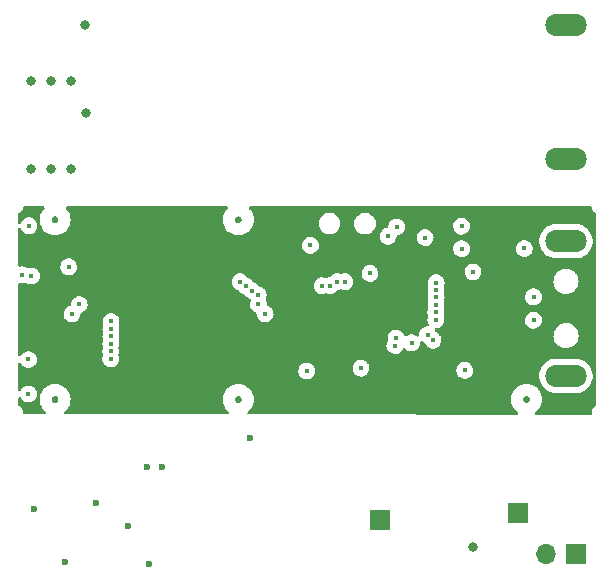
<source format=gbr>
%TF.GenerationSoftware,KiCad,Pcbnew,(6.0.5)*%
%TF.CreationDate,2023-08-07T21:45:28+03:00*%
%TF.ProjectId,JLC2,4a4c4332-2e6b-4696-9361-645f70636258,rev?*%
%TF.SameCoordinates,Original*%
%TF.FileFunction,Copper,L2,Inr*%
%TF.FilePolarity,Positive*%
%FSLAX46Y46*%
G04 Gerber Fmt 4.6, Leading zero omitted, Abs format (unit mm)*
G04 Created by KiCad (PCBNEW (6.0.5)) date 2023-08-07 21:45:28*
%MOMM*%
%LPD*%
G01*
G04 APERTURE LIST*
%TA.AperFunction,ComponentPad*%
%ADD10O,3.500000X1.900000*%
%TD*%
%TA.AperFunction,ComponentPad*%
%ADD11R,1.700000X1.700000*%
%TD*%
%TA.AperFunction,ComponentPad*%
%ADD12O,1.700000X1.700000*%
%TD*%
%TA.AperFunction,ViaPad*%
%ADD13C,0.400000*%
%TD*%
%TA.AperFunction,ViaPad*%
%ADD14C,0.600000*%
%TD*%
%TA.AperFunction,ViaPad*%
%ADD15C,0.800000*%
%TD*%
G04 APERTURE END LIST*
D10*
%TO.N,N/C*%
%TO.C,J1*%
X145050000Y-74400000D03*
X145050000Y-63000000D03*
%TD*%
D11*
%TO.N,N/C*%
%TO.C,BAT+*%
X129290000Y-104918750D03*
%TD*%
%TO.N,N/C*%
%TO.C,-USB+*%
X145865000Y-107778750D03*
D12*
X143325000Y-107778750D03*
%TD*%
D10*
%TO.N,N/C*%
%TO.C,J1*%
X145050001Y-81319999D03*
X145050001Y-92719999D03*
%TD*%
D11*
%TO.N,N/C*%
%TO.C,BAT-*%
X140970000Y-104308750D03*
%TD*%
D13*
%TO.N,*%
X130660001Y-89519999D03*
D14*
X109610000Y-100420000D03*
D13*
X125660001Y-84759999D03*
X141520001Y-81939999D03*
X103220001Y-87479999D03*
D15*
X104400000Y-70430000D03*
D13*
X134030001Y-87339999D03*
D14*
X105232500Y-103505000D03*
D13*
X99540001Y-91337499D03*
X130710001Y-80119999D03*
X106500001Y-90639999D03*
X123415001Y-81674999D03*
D15*
X104360000Y-63010000D03*
D13*
X99540001Y-94262499D03*
X99580001Y-80019999D03*
D14*
X107952500Y-105410000D03*
D15*
X101460000Y-67740000D03*
D13*
X98970001Y-84159999D03*
X134030001Y-87969999D03*
X106530001Y-88119999D03*
X118450001Y-85499999D03*
D14*
X102625000Y-108460000D03*
D13*
X136210001Y-81949999D03*
X142300001Y-88019999D03*
X129980001Y-80899999D03*
D15*
X99750000Y-67760000D03*
D14*
X110870000Y-100400000D03*
D13*
X117940001Y-85139999D03*
X128450001Y-84049999D03*
D15*
X137210000Y-107248750D03*
D14*
X109722500Y-108620000D03*
D13*
X134040001Y-86709999D03*
D14*
X100012500Y-104030000D03*
D13*
X134050001Y-85449999D03*
X103840001Y-86679999D03*
X137180001Y-83919999D03*
X134060001Y-84819999D03*
D15*
X103160000Y-67730000D03*
X99720000Y-75230000D03*
D13*
X119580001Y-87459999D03*
X131970001Y-89919999D03*
D15*
X101420000Y-75230000D03*
D13*
X133790001Y-89709999D03*
X126320001Y-84749999D03*
X106500001Y-91269999D03*
X134050001Y-86079999D03*
X123100001Y-92319999D03*
X133120001Y-81019999D03*
X142300001Y-86019999D03*
X125030001Y-85079999D03*
X106510001Y-90009999D03*
X99790001Y-84279999D03*
X106520001Y-88749999D03*
X136480001Y-92259999D03*
X118990001Y-85869999D03*
X133330001Y-89229999D03*
X127700001Y-92069999D03*
D15*
X103140000Y-75190000D03*
D13*
X102950001Y-83489999D03*
X106520001Y-89379999D03*
X124400001Y-85089999D03*
X119010001Y-86679999D03*
X136210001Y-80049999D03*
X130558001Y-90159999D03*
X117450001Y-84759999D03*
D14*
X118305000Y-97977500D03*
%TD*%
%TA.AperFunction,NonConductor*%
G36*
X101861496Y-79220527D02*
G01*
X101914873Y-79239954D01*
X101952768Y-79261833D01*
X101996282Y-79298345D01*
X102024411Y-79331867D01*
X102052812Y-79381059D01*
X102067779Y-79422179D01*
X102074397Y-79459708D01*
X102077643Y-79478119D01*
X102077643Y-79521879D01*
X102067779Y-79577819D01*
X102052812Y-79618939D01*
X102024411Y-79668131D01*
X101996282Y-79701653D01*
X101952768Y-79738165D01*
X101914873Y-79760044D01*
X101861496Y-79779471D01*
X101818403Y-79787070D01*
X101761599Y-79787070D01*
X101718506Y-79779471D01*
X101665129Y-79760044D01*
X101627234Y-79738165D01*
X101583720Y-79701653D01*
X101555591Y-79668131D01*
X101527190Y-79618939D01*
X101512223Y-79577819D01*
X101502359Y-79521879D01*
X101502359Y-79478119D01*
X101505606Y-79459708D01*
X101512223Y-79422179D01*
X101527190Y-79381059D01*
X101555591Y-79331867D01*
X101583720Y-79298345D01*
X101627234Y-79261833D01*
X101665129Y-79239954D01*
X101718506Y-79220527D01*
X101761599Y-79212928D01*
X101818403Y-79212928D01*
X101861496Y-79220527D01*
G37*
%TD.AperFunction*%
%TA.AperFunction,NonConductor*%
G36*
X117381496Y-79220527D02*
G01*
X117434873Y-79239954D01*
X117472768Y-79261833D01*
X117516282Y-79298345D01*
X117544411Y-79331867D01*
X117572812Y-79381059D01*
X117587779Y-79422179D01*
X117594397Y-79459708D01*
X117597643Y-79478119D01*
X117597643Y-79521879D01*
X117587779Y-79577819D01*
X117572812Y-79618939D01*
X117544411Y-79668131D01*
X117516282Y-79701653D01*
X117472768Y-79738165D01*
X117434873Y-79760044D01*
X117381496Y-79779471D01*
X117338403Y-79787070D01*
X117281599Y-79787070D01*
X117238506Y-79779471D01*
X117185129Y-79760044D01*
X117147234Y-79738165D01*
X117103720Y-79701653D01*
X117075591Y-79668131D01*
X117047190Y-79618939D01*
X117032223Y-79577819D01*
X117022359Y-79521879D01*
X117022359Y-79478119D01*
X117025606Y-79459708D01*
X117032223Y-79422179D01*
X117047190Y-79381059D01*
X117075591Y-79331867D01*
X117103720Y-79298345D01*
X117147234Y-79261833D01*
X117185129Y-79239954D01*
X117238506Y-79220527D01*
X117281599Y-79212928D01*
X117338403Y-79212928D01*
X117381496Y-79220527D01*
G37*
%TD.AperFunction*%
%TA.AperFunction,NonConductor*%
G36*
X141781496Y-94430527D02*
G01*
X141834873Y-94449954D01*
X141872768Y-94471833D01*
X141916282Y-94508345D01*
X141944411Y-94541867D01*
X141972812Y-94591059D01*
X141987779Y-94632179D01*
X141997643Y-94688119D01*
X141997643Y-94731879D01*
X141987779Y-94787819D01*
X141972812Y-94828939D01*
X141944411Y-94878131D01*
X141916282Y-94911653D01*
X141872768Y-94948165D01*
X141834873Y-94970044D01*
X141781496Y-94989471D01*
X141738403Y-94997070D01*
X141681599Y-94997070D01*
X141638506Y-94989471D01*
X141585129Y-94970044D01*
X141547234Y-94948165D01*
X141503720Y-94911653D01*
X141475591Y-94878131D01*
X141447190Y-94828939D01*
X141432223Y-94787819D01*
X141422359Y-94731879D01*
X141422359Y-94688119D01*
X141432223Y-94632179D01*
X141447190Y-94591059D01*
X141475591Y-94541867D01*
X141503720Y-94508345D01*
X141547234Y-94471833D01*
X141585129Y-94449954D01*
X141638506Y-94430527D01*
X141681599Y-94422928D01*
X141738403Y-94422928D01*
X141781496Y-94430527D01*
G37*
%TD.AperFunction*%
%TA.AperFunction,NonConductor*%
G36*
X101861496Y-94440527D02*
G01*
X101887398Y-94449954D01*
X101914873Y-94459954D01*
X101952768Y-94481833D01*
X101996282Y-94518345D01*
X102024411Y-94551867D01*
X102052812Y-94601059D01*
X102067779Y-94642179D01*
X102077643Y-94698119D01*
X102077643Y-94741879D01*
X102067779Y-94797819D01*
X102052812Y-94838939D01*
X102024411Y-94888131D01*
X101996282Y-94921653D01*
X101952768Y-94958165D01*
X101914873Y-94980044D01*
X101861496Y-94999471D01*
X101818403Y-95007070D01*
X101761599Y-95007070D01*
X101718506Y-94999471D01*
X101665129Y-94980044D01*
X101627234Y-94958165D01*
X101583720Y-94921653D01*
X101555591Y-94888131D01*
X101527190Y-94838939D01*
X101512223Y-94797819D01*
X101502359Y-94741879D01*
X101502359Y-94698119D01*
X101512223Y-94642179D01*
X101527190Y-94601059D01*
X101555591Y-94551867D01*
X101583720Y-94518345D01*
X101627234Y-94481833D01*
X101665129Y-94459954D01*
X101692604Y-94449954D01*
X101718506Y-94440527D01*
X101761599Y-94432928D01*
X101818403Y-94432928D01*
X101861496Y-94440527D01*
G37*
%TD.AperFunction*%
%TA.AperFunction,NonConductor*%
G36*
X117381496Y-94440527D02*
G01*
X117407398Y-94449954D01*
X117434873Y-94459954D01*
X117472768Y-94481833D01*
X117516282Y-94518345D01*
X117544411Y-94551867D01*
X117572812Y-94601059D01*
X117587779Y-94642179D01*
X117597643Y-94698119D01*
X117597643Y-94741879D01*
X117587779Y-94797819D01*
X117572812Y-94838939D01*
X117544411Y-94888131D01*
X117516282Y-94921653D01*
X117472768Y-94958165D01*
X117434873Y-94980044D01*
X117381496Y-94999471D01*
X117338403Y-95007070D01*
X117281599Y-95007070D01*
X117238506Y-94999471D01*
X117185129Y-94980044D01*
X117147234Y-94958165D01*
X117103720Y-94921653D01*
X117075591Y-94888131D01*
X117047190Y-94838939D01*
X117032223Y-94797819D01*
X117022359Y-94741879D01*
X117022359Y-94698119D01*
X117032223Y-94642179D01*
X117047190Y-94601059D01*
X117075591Y-94551867D01*
X117103720Y-94518345D01*
X117147234Y-94481833D01*
X117185129Y-94459954D01*
X117212604Y-94449954D01*
X117238506Y-94440527D01*
X117281599Y-94432928D01*
X117338403Y-94432928D01*
X117381496Y-94440527D01*
G37*
%TD.AperFunction*%
%TA.AperFunction,NonConductor*%
G36*
X100843434Y-78380001D02*
G01*
X100889927Y-78433657D01*
X100900031Y-78503931D01*
X100870537Y-78568511D01*
X100864408Y-78575094D01*
X100783803Y-78655699D01*
X100780646Y-78660207D01*
X100780644Y-78660210D01*
X100739749Y-78718615D01*
X100652478Y-78843250D01*
X100650155Y-78848232D01*
X100650152Y-78848237D01*
X100558040Y-79045774D01*
X100555717Y-79050756D01*
X100496458Y-79271912D01*
X100476503Y-79499999D01*
X100496458Y-79728086D01*
X100497881Y-79733395D01*
X100497882Y-79733403D01*
X100497931Y-79733584D01*
X100497929Y-79733667D01*
X100498837Y-79738816D01*
X100497803Y-79738998D01*
X100496708Y-79785139D01*
X100516937Y-79809568D01*
X100522888Y-79826723D01*
X100553913Y-79942508D01*
X100555717Y-79949242D01*
X100558040Y-79954223D01*
X100558040Y-79954224D01*
X100650152Y-80151761D01*
X100650155Y-80151766D01*
X100652478Y-80156748D01*
X100691000Y-80211763D01*
X100778607Y-80336878D01*
X100783803Y-80344299D01*
X100945701Y-80506197D01*
X100950209Y-80509354D01*
X100950212Y-80509356D01*
X100994169Y-80540135D01*
X101133252Y-80637522D01*
X101138234Y-80639845D01*
X101138239Y-80639848D01*
X101320754Y-80724955D01*
X101340758Y-80734283D01*
X101346066Y-80735705D01*
X101346068Y-80735706D01*
X101556599Y-80792118D01*
X101556601Y-80792118D01*
X101561914Y-80793542D01*
X101790001Y-80813497D01*
X102018088Y-80793542D01*
X102023401Y-80792118D01*
X102023403Y-80792118D01*
X102233934Y-80735706D01*
X102233936Y-80735705D01*
X102239244Y-80734283D01*
X102259248Y-80724955D01*
X102441763Y-80639848D01*
X102441768Y-80639845D01*
X102446750Y-80637522D01*
X102585833Y-80540135D01*
X102629790Y-80509356D01*
X102629793Y-80509354D01*
X102634301Y-80506197D01*
X102796199Y-80344299D01*
X102801396Y-80336878D01*
X102889002Y-80211763D01*
X102927524Y-80156748D01*
X102929847Y-80151766D01*
X102929850Y-80151761D01*
X103021962Y-79954224D01*
X103021962Y-79954223D01*
X103024285Y-79949242D01*
X103026090Y-79942508D01*
X103082120Y-79733401D01*
X103082120Y-79733399D01*
X103083544Y-79728086D01*
X103103499Y-79499999D01*
X103083544Y-79271912D01*
X103024285Y-79050756D01*
X103021962Y-79045774D01*
X102929850Y-78848237D01*
X102929847Y-78848232D01*
X102927524Y-78843250D01*
X102840253Y-78718615D01*
X102799358Y-78660210D01*
X102799356Y-78660207D01*
X102796199Y-78655699D01*
X102715594Y-78575094D01*
X102681568Y-78512782D01*
X102686633Y-78441967D01*
X102729180Y-78385131D01*
X102795700Y-78360320D01*
X102804689Y-78359999D01*
X116295313Y-78359999D01*
X116363434Y-78380001D01*
X116409927Y-78433657D01*
X116420031Y-78503931D01*
X116390537Y-78568511D01*
X116384408Y-78575094D01*
X116303803Y-78655699D01*
X116300646Y-78660207D01*
X116300644Y-78660210D01*
X116259749Y-78718615D01*
X116172478Y-78843250D01*
X116170155Y-78848232D01*
X116170152Y-78848237D01*
X116078040Y-79045774D01*
X116075717Y-79050756D01*
X116016458Y-79271912D01*
X115996503Y-79499999D01*
X116016458Y-79728086D01*
X116017882Y-79733399D01*
X116017882Y-79733401D01*
X116073913Y-79942508D01*
X116075717Y-79949242D01*
X116078040Y-79954223D01*
X116078040Y-79954224D01*
X116170152Y-80151761D01*
X116170155Y-80151766D01*
X116172478Y-80156748D01*
X116211000Y-80211763D01*
X116298607Y-80336878D01*
X116303803Y-80344299D01*
X116465701Y-80506197D01*
X116470209Y-80509354D01*
X116470212Y-80509356D01*
X116514169Y-80540135D01*
X116653252Y-80637522D01*
X116658234Y-80639845D01*
X116658239Y-80639848D01*
X116840754Y-80724955D01*
X116860758Y-80734283D01*
X116866066Y-80735705D01*
X116866068Y-80735706D01*
X117076599Y-80792118D01*
X117076601Y-80792118D01*
X117081914Y-80793542D01*
X117310001Y-80813497D01*
X117538088Y-80793542D01*
X117543401Y-80792118D01*
X117543403Y-80792118D01*
X117753934Y-80735706D01*
X117753936Y-80735705D01*
X117759244Y-80734283D01*
X117779248Y-80724955D01*
X117961763Y-80639848D01*
X117961768Y-80639845D01*
X117966750Y-80637522D01*
X118105833Y-80540135D01*
X118149790Y-80509356D01*
X118149793Y-80509354D01*
X118154301Y-80506197D01*
X118316199Y-80344299D01*
X118321396Y-80336878D01*
X118409002Y-80211763D01*
X118447524Y-80156748D01*
X118449847Y-80151766D01*
X118449850Y-80151761D01*
X118541962Y-79954224D01*
X118541962Y-79954223D01*
X118544285Y-79949242D01*
X118546090Y-79942508D01*
X118573557Y-79839999D01*
X124116497Y-79839999D01*
X124117187Y-79846564D01*
X124135416Y-80019999D01*
X124136459Y-80029927D01*
X124195474Y-80211555D01*
X124198777Y-80217277D01*
X124198778Y-80217278D01*
X124208301Y-80233772D01*
X124290961Y-80376943D01*
X124295379Y-80381850D01*
X124295380Y-80381851D01*
X124394071Y-80491458D01*
X124418748Y-80518865D01*
X124470578Y-80556522D01*
X124541462Y-80608022D01*
X124573249Y-80631117D01*
X124579277Y-80633801D01*
X124579279Y-80633802D01*
X124704027Y-80689343D01*
X124747713Y-80708793D01*
X124823749Y-80724955D01*
X124928057Y-80747127D01*
X124928062Y-80747127D01*
X124934514Y-80748499D01*
X125125488Y-80748499D01*
X125131940Y-80747127D01*
X125131945Y-80747127D01*
X125236253Y-80724955D01*
X125312289Y-80708793D01*
X125355975Y-80689343D01*
X125480723Y-80633802D01*
X125480725Y-80633801D01*
X125486753Y-80631117D01*
X125518541Y-80608022D01*
X125589424Y-80556522D01*
X125641254Y-80518865D01*
X125665931Y-80491458D01*
X125764622Y-80381851D01*
X125764623Y-80381850D01*
X125769041Y-80376943D01*
X125851701Y-80233772D01*
X125861224Y-80217278D01*
X125861225Y-80217277D01*
X125864528Y-80211555D01*
X125923543Y-80029927D01*
X125924587Y-80019999D01*
X125942815Y-79846564D01*
X125943505Y-79839999D01*
X127116497Y-79839999D01*
X127117187Y-79846564D01*
X127135416Y-80019999D01*
X127136459Y-80029927D01*
X127195474Y-80211555D01*
X127198777Y-80217277D01*
X127198778Y-80217278D01*
X127208301Y-80233772D01*
X127290961Y-80376943D01*
X127295379Y-80381850D01*
X127295380Y-80381851D01*
X127394071Y-80491458D01*
X127418748Y-80518865D01*
X127470578Y-80556522D01*
X127541462Y-80608022D01*
X127573249Y-80631117D01*
X127579277Y-80633801D01*
X127579279Y-80633802D01*
X127704027Y-80689343D01*
X127747713Y-80708793D01*
X127823749Y-80724955D01*
X127928057Y-80747127D01*
X127928062Y-80747127D01*
X127934514Y-80748499D01*
X128125488Y-80748499D01*
X128131940Y-80747127D01*
X128131945Y-80747127D01*
X128236253Y-80724955D01*
X128312289Y-80708793D01*
X128355975Y-80689343D01*
X128480723Y-80633802D01*
X128480725Y-80633801D01*
X128486753Y-80631117D01*
X128518541Y-80608022D01*
X128589424Y-80556522D01*
X128641254Y-80518865D01*
X128665931Y-80491458D01*
X128764622Y-80381851D01*
X128764623Y-80381850D01*
X128769041Y-80376943D01*
X128851701Y-80233772D01*
X128861224Y-80217278D01*
X128861225Y-80217277D01*
X128864528Y-80211555D01*
X128923543Y-80029927D01*
X128924587Y-80019999D01*
X128942815Y-79846564D01*
X128943505Y-79839999D01*
X128936833Y-79776522D01*
X128924233Y-79656634D01*
X128924233Y-79656632D01*
X128923543Y-79650071D01*
X128864528Y-79468443D01*
X128858068Y-79457253D01*
X128814077Y-79381059D01*
X128769041Y-79303055D01*
X128687891Y-79212928D01*
X128645676Y-79166044D01*
X128645675Y-79166043D01*
X128641254Y-79161133D01*
X128486753Y-79048881D01*
X128480725Y-79046197D01*
X128480723Y-79046196D01*
X128318320Y-78973890D01*
X128318319Y-78973890D01*
X128312289Y-78971205D01*
X128208096Y-78949058D01*
X128131945Y-78932871D01*
X128131940Y-78932871D01*
X128125488Y-78931499D01*
X127934514Y-78931499D01*
X127928062Y-78932871D01*
X127928057Y-78932871D01*
X127851906Y-78949058D01*
X127747713Y-78971205D01*
X127741683Y-78973890D01*
X127741682Y-78973890D01*
X127579279Y-79046196D01*
X127579277Y-79046197D01*
X127573249Y-79048881D01*
X127418748Y-79161133D01*
X127414327Y-79166043D01*
X127414326Y-79166044D01*
X127372112Y-79212928D01*
X127290961Y-79303055D01*
X127245925Y-79381059D01*
X127201935Y-79457253D01*
X127195474Y-79468443D01*
X127136459Y-79650071D01*
X127135769Y-79656632D01*
X127135769Y-79656634D01*
X127123169Y-79776522D01*
X127116497Y-79839999D01*
X125943505Y-79839999D01*
X125936833Y-79776522D01*
X125924233Y-79656634D01*
X125924233Y-79656632D01*
X125923543Y-79650071D01*
X125864528Y-79468443D01*
X125858068Y-79457253D01*
X125814077Y-79381059D01*
X125769041Y-79303055D01*
X125687891Y-79212928D01*
X125645676Y-79166044D01*
X125645675Y-79166043D01*
X125641254Y-79161133D01*
X125486753Y-79048881D01*
X125480725Y-79046197D01*
X125480723Y-79046196D01*
X125318320Y-78973890D01*
X125318319Y-78973890D01*
X125312289Y-78971205D01*
X125208096Y-78949058D01*
X125131945Y-78932871D01*
X125131940Y-78932871D01*
X125125488Y-78931499D01*
X124934514Y-78931499D01*
X124928062Y-78932871D01*
X124928057Y-78932871D01*
X124851906Y-78949058D01*
X124747713Y-78971205D01*
X124741683Y-78973890D01*
X124741682Y-78973890D01*
X124579279Y-79046196D01*
X124579277Y-79046197D01*
X124573249Y-79048881D01*
X124418748Y-79161133D01*
X124414327Y-79166043D01*
X124414326Y-79166044D01*
X124372112Y-79212928D01*
X124290961Y-79303055D01*
X124245925Y-79381059D01*
X124201935Y-79457253D01*
X124195474Y-79468443D01*
X124136459Y-79650071D01*
X124135769Y-79656632D01*
X124135769Y-79656634D01*
X124123169Y-79776522D01*
X124116497Y-79839999D01*
X118573557Y-79839999D01*
X118602120Y-79733401D01*
X118602120Y-79733399D01*
X118603544Y-79728086D01*
X118623499Y-79499999D01*
X118603544Y-79271912D01*
X118544285Y-79050756D01*
X118541962Y-79045774D01*
X118449850Y-78848237D01*
X118449847Y-78848232D01*
X118447524Y-78843250D01*
X118360253Y-78718615D01*
X118319358Y-78660210D01*
X118319356Y-78660207D01*
X118316199Y-78655699D01*
X118235594Y-78575094D01*
X118201568Y-78512782D01*
X118206633Y-78441967D01*
X118249180Y-78385131D01*
X118315700Y-78360320D01*
X118324689Y-78359999D01*
X147105227Y-78359999D01*
X147173348Y-78380001D01*
X147219841Y-78433657D01*
X147231225Y-78486768D01*
X147231126Y-78502978D01*
X147231024Y-78519721D01*
X147239153Y-78548164D01*
X147242726Y-78564900D01*
X147246920Y-78594186D01*
X147250635Y-78602356D01*
X147257548Y-78617560D01*
X147263995Y-78635082D01*
X147271051Y-78659771D01*
X147275841Y-78667362D01*
X147275841Y-78667363D01*
X147286831Y-78684781D01*
X147294967Y-78699859D01*
X147307208Y-78726781D01*
X147313065Y-78733579D01*
X147313068Y-78733583D01*
X147323966Y-78746231D01*
X147335073Y-78761241D01*
X147343984Y-78775364D01*
X147343986Y-78775367D01*
X147348776Y-78782958D01*
X147355504Y-78788900D01*
X147370940Y-78802533D01*
X147382984Y-78814725D01*
X147402287Y-78837127D01*
X147409822Y-78842011D01*
X147423835Y-78851094D01*
X147438709Y-78862385D01*
X147451219Y-78873434D01*
X147451226Y-78873438D01*
X147457951Y-78879378D01*
X147484711Y-78891942D01*
X147499692Y-78900263D01*
X147524514Y-78916352D01*
X147533117Y-78918925D01*
X147533122Y-78918927D01*
X147541601Y-78921463D01*
X147601135Y-78960144D01*
X147630305Y-79024871D01*
X147631500Y-79042180D01*
X147631500Y-95177072D01*
X147611498Y-95245193D01*
X147557842Y-95291686D01*
X147540128Y-95298220D01*
X147530229Y-95301049D01*
X147508511Y-95314753D01*
X147492029Y-95323515D01*
X147468526Y-95333857D01*
X147461656Y-95339632D01*
X147445891Y-95352884D01*
X147432050Y-95362995D01*
X147414635Y-95373983D01*
X147414633Y-95373984D01*
X147407042Y-95378774D01*
X147401100Y-95385502D01*
X147390047Y-95398017D01*
X147376687Y-95411055D01*
X147357027Y-95427581D01*
X147352056Y-95435048D01*
X147352052Y-95435053D01*
X147340635Y-95452205D01*
X147330197Y-95465784D01*
X147310622Y-95487949D01*
X147306807Y-95496075D01*
X147306805Y-95496078D01*
X147299712Y-95511187D01*
X147290549Y-95527451D01*
X147276316Y-95548832D01*
X147267494Y-95577069D01*
X147261289Y-95593024D01*
X147248719Y-95619798D01*
X147247339Y-95628663D01*
X147244769Y-95645166D01*
X147240537Y-95663350D01*
X147232879Y-95687862D01*
X147232715Y-95696837D01*
X147232237Y-95722903D01*
X147232047Y-95726872D01*
X147231500Y-95730384D01*
X147231500Y-95761944D01*
X147231479Y-95764253D01*
X147230433Y-95821355D01*
X147230210Y-95833496D01*
X147231247Y-95837301D01*
X147231500Y-95841376D01*
X147231500Y-95892350D01*
X147211498Y-95960471D01*
X147157842Y-96006964D01*
X147105353Y-96018349D01*
X143427240Y-96013967D01*
X142530039Y-96012898D01*
X142461942Y-95992815D01*
X142415513Y-95939104D01*
X142405493Y-95868818D01*
X142435063Y-95804272D01*
X142457918Y-95783685D01*
X142460715Y-95781727D01*
X142534127Y-95730323D01*
X142549790Y-95719356D01*
X142549793Y-95719354D01*
X142554301Y-95716197D01*
X142716199Y-95554299D01*
X142740116Y-95520143D01*
X142799696Y-95435053D01*
X142847524Y-95366748D01*
X142849847Y-95361766D01*
X142849850Y-95361761D01*
X142941962Y-95164224D01*
X142941962Y-95164223D01*
X142944285Y-95159242D01*
X142994338Y-94972445D01*
X143002120Y-94943401D01*
X143002120Y-94943399D01*
X143003544Y-94938086D01*
X143023499Y-94709999D01*
X143003544Y-94481912D01*
X143000843Y-94471833D01*
X142945708Y-94266066D01*
X142945707Y-94266064D01*
X142944285Y-94260756D01*
X142905928Y-94178499D01*
X142849850Y-94058237D01*
X142849847Y-94058232D01*
X142847524Y-94053250D01*
X142757889Y-93925238D01*
X142719358Y-93870210D01*
X142719356Y-93870207D01*
X142716199Y-93865699D01*
X142554301Y-93703801D01*
X142549793Y-93700644D01*
X142549790Y-93700642D01*
X142401828Y-93597038D01*
X142366750Y-93572476D01*
X142361768Y-93570153D01*
X142361763Y-93570150D01*
X142164226Y-93478038D01*
X142164225Y-93478038D01*
X142159244Y-93475715D01*
X142153936Y-93474293D01*
X142153934Y-93474292D01*
X141943403Y-93417880D01*
X141943401Y-93417880D01*
X141938088Y-93416456D01*
X141710001Y-93396501D01*
X141481914Y-93416456D01*
X141476601Y-93417880D01*
X141476599Y-93417880D01*
X141266068Y-93474292D01*
X141266066Y-93474293D01*
X141260758Y-93475715D01*
X141255777Y-93478038D01*
X141255776Y-93478038D01*
X141058239Y-93570150D01*
X141058234Y-93570153D01*
X141053252Y-93572476D01*
X141018174Y-93597038D01*
X140870212Y-93700642D01*
X140870209Y-93700644D01*
X140865701Y-93703801D01*
X140703803Y-93865699D01*
X140700646Y-93870207D01*
X140700644Y-93870210D01*
X140662113Y-93925238D01*
X140572478Y-94053250D01*
X140570155Y-94058232D01*
X140570152Y-94058237D01*
X140514074Y-94178499D01*
X140475717Y-94260756D01*
X140474295Y-94266064D01*
X140474294Y-94266066D01*
X140419159Y-94471833D01*
X140416458Y-94481912D01*
X140396503Y-94709999D01*
X140416458Y-94938086D01*
X140417882Y-94943399D01*
X140417882Y-94943401D01*
X140425665Y-94972445D01*
X140475717Y-95159242D01*
X140478040Y-95164223D01*
X140478040Y-95164224D01*
X140570152Y-95361761D01*
X140570155Y-95361766D01*
X140572478Y-95366748D01*
X140620306Y-95435053D01*
X140679887Y-95520143D01*
X140703803Y-95554299D01*
X140865701Y-95716197D01*
X140870209Y-95719354D01*
X140870212Y-95719356D01*
X140959287Y-95781727D01*
X141003615Y-95837184D01*
X141010924Y-95907804D01*
X140978893Y-95971164D01*
X140917692Y-96007149D01*
X140886866Y-96010940D01*
X123842609Y-95990634D01*
X118185742Y-95983894D01*
X118117646Y-95963811D01*
X118071217Y-95910100D01*
X118061197Y-95839814D01*
X118090767Y-95775268D01*
X118113622Y-95754681D01*
X118149790Y-95729356D01*
X118149793Y-95729354D01*
X118154301Y-95726197D01*
X118316199Y-95564299D01*
X118320473Y-95558196D01*
X118406698Y-95435053D01*
X118447524Y-95376748D01*
X118449847Y-95371766D01*
X118449850Y-95371761D01*
X118541962Y-95174224D01*
X118541962Y-95174223D01*
X118544285Y-95169242D01*
X118548388Y-95153932D01*
X118602120Y-94953401D01*
X118602120Y-94953399D01*
X118603544Y-94948086D01*
X118623499Y-94719999D01*
X118603544Y-94491912D01*
X118602120Y-94486597D01*
X118545708Y-94276066D01*
X118545707Y-94276064D01*
X118544285Y-94270756D01*
X118501265Y-94178499D01*
X118449850Y-94068237D01*
X118449847Y-94068232D01*
X118447524Y-94063250D01*
X118360485Y-93938946D01*
X118319358Y-93880210D01*
X118319356Y-93880207D01*
X118316199Y-93875699D01*
X118154301Y-93713801D01*
X118149793Y-93710644D01*
X118149790Y-93710642D01*
X117991424Y-93599753D01*
X117966750Y-93582476D01*
X117961768Y-93580153D01*
X117961763Y-93580150D01*
X117764226Y-93488038D01*
X117764225Y-93488038D01*
X117759244Y-93485715D01*
X117753936Y-93484293D01*
X117753934Y-93484292D01*
X117543403Y-93427880D01*
X117543401Y-93427880D01*
X117538088Y-93426456D01*
X117310001Y-93406501D01*
X117081914Y-93426456D01*
X117076601Y-93427880D01*
X117076599Y-93427880D01*
X116866068Y-93484292D01*
X116866066Y-93484293D01*
X116860758Y-93485715D01*
X116855777Y-93488038D01*
X116855776Y-93488038D01*
X116658239Y-93580150D01*
X116658234Y-93580153D01*
X116653252Y-93582476D01*
X116628578Y-93599753D01*
X116470212Y-93710642D01*
X116470209Y-93710644D01*
X116465701Y-93713801D01*
X116303803Y-93875699D01*
X116300646Y-93880207D01*
X116300644Y-93880210D01*
X116259517Y-93938946D01*
X116172478Y-94063250D01*
X116170155Y-94068232D01*
X116170152Y-94068237D01*
X116118737Y-94178499D01*
X116075717Y-94270756D01*
X116074295Y-94276064D01*
X116074294Y-94276066D01*
X116017882Y-94486597D01*
X116016458Y-94491912D01*
X115996503Y-94719999D01*
X116016458Y-94948086D01*
X116017882Y-94953399D01*
X116017882Y-94953401D01*
X116071615Y-95153932D01*
X116075717Y-95169242D01*
X116078040Y-95174223D01*
X116078040Y-95174224D01*
X116170152Y-95371761D01*
X116170155Y-95371766D01*
X116172478Y-95376748D01*
X116213304Y-95435053D01*
X116299530Y-95558196D01*
X116303803Y-95564299D01*
X116465701Y-95726197D01*
X116470209Y-95729354D01*
X116470212Y-95729356D01*
X116503394Y-95752590D01*
X116547722Y-95808047D01*
X116555031Y-95878667D01*
X116523000Y-95942027D01*
X116461799Y-95978012D01*
X116430973Y-95981803D01*
X113345461Y-95978127D01*
X102692104Y-95965434D01*
X102624009Y-95945352D01*
X102577580Y-95891641D01*
X102567560Y-95821355D01*
X102597130Y-95756809D01*
X102619981Y-95736225D01*
X102629787Y-95729358D01*
X102629789Y-95729356D01*
X102634301Y-95726197D01*
X102796199Y-95564299D01*
X102800473Y-95558196D01*
X102886698Y-95435053D01*
X102927524Y-95376748D01*
X102929847Y-95371766D01*
X102929850Y-95371761D01*
X103021962Y-95174224D01*
X103021962Y-95174223D01*
X103024285Y-95169242D01*
X103028388Y-95153932D01*
X103082120Y-94953401D01*
X103082120Y-94953399D01*
X103083544Y-94948086D01*
X103103499Y-94719999D01*
X103083544Y-94491912D01*
X103082120Y-94486597D01*
X103025708Y-94276066D01*
X103025707Y-94276064D01*
X103024285Y-94270756D01*
X102981265Y-94178499D01*
X102929850Y-94068237D01*
X102929847Y-94068232D01*
X102927524Y-94063250D01*
X102840485Y-93938946D01*
X102799358Y-93880210D01*
X102799356Y-93880207D01*
X102796199Y-93875699D01*
X102634301Y-93713801D01*
X102629793Y-93710644D01*
X102629790Y-93710642D01*
X102471424Y-93599753D01*
X102446750Y-93582476D01*
X102441768Y-93580153D01*
X102441763Y-93580150D01*
X102244226Y-93488038D01*
X102244225Y-93488038D01*
X102239244Y-93485715D01*
X102233936Y-93484293D01*
X102233934Y-93484292D01*
X102023403Y-93427880D01*
X102023401Y-93427880D01*
X102018088Y-93426456D01*
X101790001Y-93406501D01*
X101561914Y-93426456D01*
X101556601Y-93427880D01*
X101556599Y-93427880D01*
X101346068Y-93484292D01*
X101346066Y-93484293D01*
X101340758Y-93485715D01*
X101335777Y-93488038D01*
X101335776Y-93488038D01*
X101138239Y-93580150D01*
X101138234Y-93580153D01*
X101133252Y-93582476D01*
X101108578Y-93599753D01*
X100950212Y-93710642D01*
X100950209Y-93710644D01*
X100945701Y-93713801D01*
X100783803Y-93875699D01*
X100780646Y-93880207D01*
X100780644Y-93880210D01*
X100739517Y-93938946D01*
X100652478Y-94063250D01*
X100650155Y-94068232D01*
X100650152Y-94068237D01*
X100598737Y-94178499D01*
X100555717Y-94270756D01*
X100554295Y-94276064D01*
X100554294Y-94276066D01*
X100497882Y-94486597D01*
X100496458Y-94491912D01*
X100476503Y-94719999D01*
X100496458Y-94948086D01*
X100497882Y-94953399D01*
X100497882Y-94953401D01*
X100551615Y-95153932D01*
X100555717Y-95169242D01*
X100558040Y-95174223D01*
X100558040Y-95174224D01*
X100650152Y-95371761D01*
X100650155Y-95371766D01*
X100652478Y-95376748D01*
X100693304Y-95435053D01*
X100779530Y-95558196D01*
X100783803Y-95564299D01*
X100945701Y-95726197D01*
X100950211Y-95729355D01*
X100950217Y-95729360D01*
X100956941Y-95734068D01*
X101001270Y-95789525D01*
X101008579Y-95860144D01*
X100976549Y-95923505D01*
X100915347Y-95959490D01*
X100884523Y-95963281D01*
X99709147Y-95961880D01*
X99194351Y-95961267D01*
X99126254Y-95941184D01*
X99079825Y-95887473D01*
X99068501Y-95835267D01*
X99068501Y-95778467D01*
X99068503Y-95777697D01*
X99068762Y-95735256D01*
X99068976Y-95700278D01*
X99060849Y-95671842D01*
X99057276Y-95655106D01*
X99053081Y-95625813D01*
X99042452Y-95602434D01*
X99036006Y-95584915D01*
X99031416Y-95568857D01*
X99031414Y-95568853D01*
X99028949Y-95560228D01*
X99021294Y-95548095D01*
X99013175Y-95535228D01*
X99005035Y-95520143D01*
X98996508Y-95501388D01*
X98996507Y-95501386D01*
X98992793Y-95493218D01*
X98986934Y-95486418D01*
X98986932Y-95486415D01*
X98976030Y-95473762D01*
X98964923Y-95458753D01*
X98951224Y-95437041D01*
X98929061Y-95417467D01*
X98917021Y-95405279D01*
X98897714Y-95382872D01*
X98876159Y-95368900D01*
X98861290Y-95357613D01*
X98848782Y-95346567D01*
X98848781Y-95346566D01*
X98842049Y-95340621D01*
X98815292Y-95328058D01*
X98800309Y-95319736D01*
X98783021Y-95308530D01*
X98783019Y-95308529D01*
X98775487Y-95303647D01*
X98758397Y-95298536D01*
X98698866Y-95259858D01*
X98669695Y-95195131D01*
X98668500Y-95177820D01*
X98668500Y-94646968D01*
X98688502Y-94578847D01*
X98742158Y-94532354D01*
X98812432Y-94522250D01*
X98877012Y-94551744D01*
X98903965Y-94586183D01*
X98904086Y-94586514D01*
X98999731Y-94728848D01*
X99063148Y-94786553D01*
X99109730Y-94828939D01*
X99126566Y-94844259D01*
X99277269Y-94926084D01*
X99443140Y-94969600D01*
X99530587Y-94970973D01*
X99607004Y-94972174D01*
X99607007Y-94972174D01*
X99614603Y-94972293D01*
X99622007Y-94970597D01*
X99622009Y-94970597D01*
X99697090Y-94953401D01*
X99781760Y-94934009D01*
X99934959Y-94856958D01*
X99940730Y-94852029D01*
X99940733Y-94852027D01*
X100059579Y-94750522D01*
X100065356Y-94745588D01*
X100165425Y-94606329D01*
X100229386Y-94447219D01*
X100253548Y-94277446D01*
X100253705Y-94262499D01*
X100241818Y-94164270D01*
X100234016Y-94099798D01*
X100234015Y-94099795D01*
X100233103Y-94092257D01*
X100222143Y-94063250D01*
X100175172Y-93938946D01*
X100172488Y-93931843D01*
X100130129Y-93870210D01*
X100079660Y-93796777D01*
X100079659Y-93796775D01*
X100075358Y-93790518D01*
X100069687Y-93785465D01*
X99952994Y-93681495D01*
X99952991Y-93681493D01*
X99947322Y-93676442D01*
X99939326Y-93672208D01*
X99802482Y-93599753D01*
X99802483Y-93599753D01*
X99795770Y-93596199D01*
X99753705Y-93585633D01*
X99636823Y-93556274D01*
X99636819Y-93556274D01*
X99629452Y-93554423D01*
X99621853Y-93554383D01*
X99621851Y-93554383D01*
X99550395Y-93554009D01*
X99457970Y-93553525D01*
X99450590Y-93555297D01*
X99450588Y-93555297D01*
X99298603Y-93591785D01*
X99298599Y-93591786D01*
X99291224Y-93593557D01*
X99138840Y-93672208D01*
X99009616Y-93784938D01*
X98911011Y-93925238D01*
X98908250Y-93932318D01*
X98905545Y-93937364D01*
X98855726Y-93987947D01*
X98786469Y-94003567D01*
X98719762Y-93979264D01*
X98676783Y-93922754D01*
X98668500Y-93877823D01*
X98668500Y-92312525D01*
X122386336Y-92312525D01*
X122393335Y-92375921D01*
X122400931Y-92444719D01*
X122405154Y-92482974D01*
X122407763Y-92490105D01*
X122407764Y-92490107D01*
X122415689Y-92511763D01*
X122464086Y-92644014D01*
X122468323Y-92650320D01*
X122468325Y-92650323D01*
X122481546Y-92669997D01*
X122559731Y-92786348D01*
X122686566Y-92901759D01*
X122837269Y-92983584D01*
X123003140Y-93027100D01*
X123090587Y-93028473D01*
X123167004Y-93029674D01*
X123167007Y-93029674D01*
X123174603Y-93029793D01*
X123182007Y-93028097D01*
X123182009Y-93028097D01*
X123244847Y-93013705D01*
X123341760Y-92991509D01*
X123494959Y-92914458D01*
X123500730Y-92909529D01*
X123500733Y-92909527D01*
X123619579Y-92808022D01*
X123625356Y-92803088D01*
X123725425Y-92663829D01*
X123789386Y-92504719D01*
X123801444Y-92419997D01*
X123812967Y-92339030D01*
X123812967Y-92339026D01*
X123813548Y-92334946D01*
X123813705Y-92319999D01*
X123793103Y-92149757D01*
X123770157Y-92089030D01*
X123760141Y-92062525D01*
X126986336Y-92062525D01*
X127005154Y-92232974D01*
X127007763Y-92240105D01*
X127007764Y-92240107D01*
X127022008Y-92279030D01*
X127064086Y-92394014D01*
X127068323Y-92400320D01*
X127068325Y-92400323D01*
X127102892Y-92451763D01*
X127159731Y-92536348D01*
X127286566Y-92651759D01*
X127437269Y-92733584D01*
X127603140Y-92777100D01*
X127690587Y-92778473D01*
X127767004Y-92779674D01*
X127767007Y-92779674D01*
X127774603Y-92779793D01*
X127782007Y-92778097D01*
X127782009Y-92778097D01*
X127844847Y-92763705D01*
X127941760Y-92741509D01*
X128094959Y-92664458D01*
X128100730Y-92659529D01*
X128100733Y-92659527D01*
X128219579Y-92558022D01*
X128225356Y-92553088D01*
X128325425Y-92413829D01*
X128389386Y-92254719D01*
X128389698Y-92252525D01*
X135766336Y-92252525D01*
X135775745Y-92337750D01*
X135783367Y-92406784D01*
X135785154Y-92422974D01*
X135787763Y-92430105D01*
X135787764Y-92430107D01*
X135795689Y-92451763D01*
X135844086Y-92584014D01*
X135848323Y-92590320D01*
X135848325Y-92590323D01*
X135886175Y-92646649D01*
X135939731Y-92726348D01*
X135998466Y-92779793D01*
X136029490Y-92808022D01*
X136066566Y-92841759D01*
X136217269Y-92923584D01*
X136383140Y-92967100D01*
X136470587Y-92968473D01*
X136547004Y-92969674D01*
X136547007Y-92969674D01*
X136554603Y-92969793D01*
X136562007Y-92968097D01*
X136562009Y-92968097D01*
X136624847Y-92953705D01*
X136721760Y-92931509D01*
X136874959Y-92854458D01*
X136880730Y-92849529D01*
X136880733Y-92849527D01*
X136912860Y-92822088D01*
X142790067Y-92822088D01*
X142826344Y-93059162D01*
X142900855Y-93287128D01*
X142903245Y-93291719D01*
X142998287Y-93474292D01*
X143011598Y-93499863D01*
X143014701Y-93503996D01*
X143014703Y-93503999D01*
X143141508Y-93672887D01*
X143155599Y-93691654D01*
X143328991Y-93857351D01*
X143333263Y-93860265D01*
X143333264Y-93860266D01*
X143350175Y-93871802D01*
X143527118Y-93992504D01*
X143657983Y-94053250D01*
X143726712Y-94085153D01*
X143744657Y-94093483D01*
X143975769Y-94157575D01*
X144079480Y-94168659D01*
X144168223Y-94178143D01*
X144168231Y-94178143D01*
X144171558Y-94178499D01*
X145910804Y-94178499D01*
X145913377Y-94178287D01*
X145913388Y-94178287D01*
X146083877Y-94164270D01*
X146083883Y-94164269D01*
X146089028Y-94163846D01*
X146205333Y-94134632D01*
X146316626Y-94106678D01*
X146316630Y-94106677D01*
X146321637Y-94105419D01*
X146326367Y-94103363D01*
X146326374Y-94103360D01*
X146536842Y-94011846D01*
X146536845Y-94011844D01*
X146541579Y-94009786D01*
X146545913Y-94006982D01*
X146545917Y-94006980D01*
X146738605Y-93882324D01*
X146738608Y-93882322D01*
X146742948Y-93879514D01*
X146751424Y-93871802D01*
X146916514Y-93721581D01*
X146916515Y-93721579D01*
X146920336Y-93718103D01*
X146923535Y-93714052D01*
X146923539Y-93714048D01*
X147065775Y-93533945D01*
X147068980Y-93529887D01*
X147184888Y-93319921D01*
X147264946Y-93093844D01*
X147265854Y-93088748D01*
X147306099Y-92862815D01*
X147306100Y-92862809D01*
X147307005Y-92857726D01*
X147309477Y-92655383D01*
X147309872Y-92623080D01*
X147309872Y-92623078D01*
X147309935Y-92617910D01*
X147273658Y-92380836D01*
X147199147Y-92152870D01*
X147088404Y-91940135D01*
X147084932Y-91935510D01*
X146947508Y-91752479D01*
X146947506Y-91752476D01*
X146944403Y-91748344D01*
X146800707Y-91611025D01*
X146774748Y-91586218D01*
X146774747Y-91586217D01*
X146771011Y-91582647D01*
X146724714Y-91551065D01*
X146577163Y-91450413D01*
X146577164Y-91450413D01*
X146572884Y-91447494D01*
X146392526Y-91363774D01*
X146360031Y-91348690D01*
X146360029Y-91348689D01*
X146355345Y-91346515D01*
X146178810Y-91297558D01*
X146129206Y-91283802D01*
X146129205Y-91283802D01*
X146124233Y-91282423D01*
X146007980Y-91269999D01*
X145931779Y-91261855D01*
X145931771Y-91261855D01*
X145928444Y-91261499D01*
X144189198Y-91261499D01*
X144186625Y-91261711D01*
X144186614Y-91261711D01*
X144016125Y-91275728D01*
X144016119Y-91275729D01*
X144010974Y-91276152D01*
X143894669Y-91305366D01*
X143783376Y-91333320D01*
X143783372Y-91333321D01*
X143778365Y-91334579D01*
X143773635Y-91336635D01*
X143773628Y-91336638D01*
X143563160Y-91428152D01*
X143563157Y-91428154D01*
X143558423Y-91430212D01*
X143554089Y-91433016D01*
X143554085Y-91433018D01*
X143361397Y-91557674D01*
X143361394Y-91557676D01*
X143357054Y-91560484D01*
X143353231Y-91563963D01*
X143353228Y-91563965D01*
X143231536Y-91674697D01*
X143179666Y-91721895D01*
X143176467Y-91725946D01*
X143176463Y-91725950D01*
X143114943Y-91803848D01*
X143031022Y-91910111D01*
X142915114Y-92120077D01*
X142901760Y-92157788D01*
X142837579Y-92339030D01*
X142835056Y-92346154D01*
X142834149Y-92351247D01*
X142834148Y-92351250D01*
X142793958Y-92576878D01*
X142792997Y-92582272D01*
X142792934Y-92587436D01*
X142790375Y-92796918D01*
X142790067Y-92822088D01*
X136912860Y-92822088D01*
X136999579Y-92748022D01*
X137005356Y-92743088D01*
X137095307Y-92617910D01*
X137100993Y-92609997D01*
X137100994Y-92609996D01*
X137105425Y-92603829D01*
X137169386Y-92444719D01*
X137174785Y-92406784D01*
X137192967Y-92279030D01*
X137192967Y-92279026D01*
X137193548Y-92274946D01*
X137193705Y-92259999D01*
X137180741Y-92152870D01*
X137174016Y-92097298D01*
X137174015Y-92097295D01*
X137173103Y-92089757D01*
X137169727Y-92080821D01*
X137115172Y-91936446D01*
X137112488Y-91929343D01*
X137015358Y-91788018D01*
X137009687Y-91782965D01*
X136892994Y-91678995D01*
X136892991Y-91678993D01*
X136887322Y-91673942D01*
X136879326Y-91669708D01*
X136773685Y-91613774D01*
X136735770Y-91593699D01*
X136710876Y-91587446D01*
X136576823Y-91553774D01*
X136576819Y-91553774D01*
X136569452Y-91551923D01*
X136561853Y-91551883D01*
X136561851Y-91551883D01*
X136490395Y-91551509D01*
X136397970Y-91551025D01*
X136390590Y-91552797D01*
X136390588Y-91552797D01*
X136238603Y-91589285D01*
X136238599Y-91589286D01*
X136231224Y-91591057D01*
X136078840Y-91669708D01*
X135949616Y-91782438D01*
X135851011Y-91922738D01*
X135822273Y-91996446D01*
X135791985Y-92074132D01*
X135788719Y-92082508D01*
X135787727Y-92090041D01*
X135787727Y-92090042D01*
X135767971Y-92240107D01*
X135766336Y-92252525D01*
X128389698Y-92252525D01*
X128404324Y-92149757D01*
X128412967Y-92089030D01*
X128412967Y-92089026D01*
X128413548Y-92084946D01*
X128413705Y-92069999D01*
X128402774Y-91979674D01*
X128394016Y-91907298D01*
X128394015Y-91907295D01*
X128393103Y-91899757D01*
X128377902Y-91859527D01*
X128335172Y-91746446D01*
X128332488Y-91739343D01*
X128323283Y-91725950D01*
X128239660Y-91604277D01*
X128239659Y-91604275D01*
X128235358Y-91598018D01*
X128229687Y-91592965D01*
X128112994Y-91488995D01*
X128112991Y-91488993D01*
X128107322Y-91483942D01*
X128099326Y-91479708D01*
X128011144Y-91433018D01*
X127955770Y-91403699D01*
X127938197Y-91399285D01*
X127796823Y-91363774D01*
X127796819Y-91363774D01*
X127789452Y-91361923D01*
X127781853Y-91361883D01*
X127781851Y-91361883D01*
X127710395Y-91361509D01*
X127617970Y-91361025D01*
X127610590Y-91362797D01*
X127610588Y-91362797D01*
X127458603Y-91399285D01*
X127458599Y-91399286D01*
X127451224Y-91401057D01*
X127298840Y-91479708D01*
X127169616Y-91592438D01*
X127071011Y-91732738D01*
X127063077Y-91753088D01*
X127023625Y-91854277D01*
X127008719Y-91892508D01*
X127007727Y-91900041D01*
X127007727Y-91900042D01*
X126988565Y-92045597D01*
X126986336Y-92062525D01*
X123760141Y-92062525D01*
X123735172Y-91996446D01*
X123732488Y-91989343D01*
X123691251Y-91929343D01*
X123639660Y-91854277D01*
X123639659Y-91854275D01*
X123635358Y-91848018D01*
X123629687Y-91842965D01*
X123512994Y-91738995D01*
X123512991Y-91738993D01*
X123507322Y-91733942D01*
X123499326Y-91729708D01*
X123407954Y-91681329D01*
X123355770Y-91653699D01*
X123338197Y-91649285D01*
X123196823Y-91613774D01*
X123196819Y-91613774D01*
X123189452Y-91611923D01*
X123181853Y-91611883D01*
X123181851Y-91611883D01*
X123110395Y-91611509D01*
X123017970Y-91611025D01*
X123010590Y-91612797D01*
X123010588Y-91612797D01*
X122858603Y-91649285D01*
X122858599Y-91649286D01*
X122851224Y-91651057D01*
X122698840Y-91729708D01*
X122569616Y-91842438D01*
X122471011Y-91982738D01*
X122447644Y-92042672D01*
X122415563Y-92124955D01*
X122408719Y-92142508D01*
X122407727Y-92150041D01*
X122407727Y-92150042D01*
X122390746Y-92279030D01*
X122386336Y-92312525D01*
X98668500Y-92312525D01*
X98668500Y-91721968D01*
X98688502Y-91653847D01*
X98742158Y-91607354D01*
X98812432Y-91597250D01*
X98877012Y-91626744D01*
X98903965Y-91661183D01*
X98904086Y-91661514D01*
X98999731Y-91803848D01*
X99055152Y-91854277D01*
X99105134Y-91899757D01*
X99126566Y-91919259D01*
X99277269Y-92001084D01*
X99443140Y-92044600D01*
X99530587Y-92045973D01*
X99607004Y-92047174D01*
X99607007Y-92047174D01*
X99614603Y-92047293D01*
X99622007Y-92045597D01*
X99622009Y-92045597D01*
X99684847Y-92031205D01*
X99781760Y-92009009D01*
X99934959Y-91931958D01*
X99940730Y-91927029D01*
X99940733Y-91927027D01*
X100059579Y-91825522D01*
X100065356Y-91820588D01*
X100165425Y-91681329D01*
X100229386Y-91522219D01*
X100238993Y-91454719D01*
X100252967Y-91356530D01*
X100252967Y-91356526D01*
X100253548Y-91352446D01*
X100253705Y-91337499D01*
X100249259Y-91300761D01*
X100244632Y-91262525D01*
X105786336Y-91262525D01*
X105793788Y-91330025D01*
X105802015Y-91404538D01*
X105805154Y-91432974D01*
X105807763Y-91440105D01*
X105807764Y-91440107D01*
X105824082Y-91484697D01*
X105864086Y-91594014D01*
X105868323Y-91600320D01*
X105868325Y-91600323D01*
X105902950Y-91651849D01*
X105959731Y-91736348D01*
X106004897Y-91777446D01*
X106076902Y-91842965D01*
X106086566Y-91851759D01*
X106237269Y-91933584D01*
X106403140Y-91977100D01*
X106490587Y-91978473D01*
X106567004Y-91979674D01*
X106567007Y-91979674D01*
X106574603Y-91979793D01*
X106582007Y-91978097D01*
X106582009Y-91978097D01*
X106644847Y-91963705D01*
X106741760Y-91941509D01*
X106894959Y-91864458D01*
X106900730Y-91859529D01*
X106900733Y-91859527D01*
X107019579Y-91758022D01*
X107025356Y-91753088D01*
X107125425Y-91613829D01*
X107189386Y-91454719D01*
X107191466Y-91440107D01*
X107212967Y-91289030D01*
X107212967Y-91289026D01*
X107213548Y-91284946D01*
X107213627Y-91277411D01*
X107213662Y-91274132D01*
X107213662Y-91274126D01*
X107213705Y-91269999D01*
X107193103Y-91099757D01*
X107155095Y-90999170D01*
X107149727Y-90928378D01*
X107156054Y-90907638D01*
X107186552Y-90831770D01*
X107186553Y-90831767D01*
X107189386Y-90824719D01*
X107210729Y-90674753D01*
X107212967Y-90659030D01*
X107212967Y-90659026D01*
X107213548Y-90654946D01*
X107213705Y-90639999D01*
X107205906Y-90575550D01*
X107194016Y-90477300D01*
X107194016Y-90477299D01*
X107193103Y-90469757D01*
X107159940Y-90381992D01*
X107154572Y-90311202D01*
X107160899Y-90290461D01*
X107196553Y-90201770D01*
X107196556Y-90201759D01*
X107199386Y-90194719D01*
X107205391Y-90152525D01*
X129844336Y-90152525D01*
X129849359Y-90198022D01*
X129861110Y-90304458D01*
X129863154Y-90322974D01*
X129865763Y-90330105D01*
X129865764Y-90330107D01*
X129885195Y-90383204D01*
X129922086Y-90484014D01*
X129926323Y-90490320D01*
X129926325Y-90490323D01*
X129944836Y-90517870D01*
X130017731Y-90626348D01*
X130144566Y-90741759D01*
X130295269Y-90823584D01*
X130461140Y-90867100D01*
X130548587Y-90868473D01*
X130625004Y-90869674D01*
X130625007Y-90869674D01*
X130632603Y-90869793D01*
X130640007Y-90868097D01*
X130640009Y-90868097D01*
X130702847Y-90853705D01*
X130799760Y-90831509D01*
X130952959Y-90754458D01*
X130958730Y-90749529D01*
X130958733Y-90749527D01*
X131077579Y-90648022D01*
X131083356Y-90643088D01*
X131156471Y-90541339D01*
X131178993Y-90509997D01*
X131178994Y-90509996D01*
X131183425Y-90503829D01*
X131217146Y-90419944D01*
X131261113Y-90364200D01*
X131328238Y-90341074D01*
X131397209Y-90357911D01*
X131427467Y-90382979D01*
X131429731Y-90386348D01*
X131461408Y-90415172D01*
X131537065Y-90484014D01*
X131556566Y-90501759D01*
X131707269Y-90583584D01*
X131873140Y-90627100D01*
X131960587Y-90628473D01*
X132037004Y-90629674D01*
X132037007Y-90629674D01*
X132044603Y-90629793D01*
X132052007Y-90628097D01*
X132052009Y-90628097D01*
X132114847Y-90613705D01*
X132211760Y-90591509D01*
X132364959Y-90514458D01*
X132370730Y-90509529D01*
X132370733Y-90509527D01*
X132489579Y-90408022D01*
X132495356Y-90403088D01*
X132595425Y-90263829D01*
X132659386Y-90104719D01*
X132664332Y-90069965D01*
X132682967Y-89939030D01*
X132682967Y-89939026D01*
X132683548Y-89934946D01*
X132683705Y-89919999D01*
X132680874Y-89896607D01*
X132692549Y-89826579D01*
X132740231Y-89773977D01*
X132808782Y-89755505D01*
X132876438Y-89777026D01*
X132890762Y-89788280D01*
X132910945Y-89806645D01*
X132910949Y-89806648D01*
X132916566Y-89811759D01*
X133055513Y-89887201D01*
X133067269Y-89893584D01*
X133065954Y-89896007D01*
X133111715Y-89931702D01*
X133127694Y-89961894D01*
X133151473Y-90026876D01*
X133151476Y-90026882D01*
X133154086Y-90034014D01*
X133158323Y-90040320D01*
X133158325Y-90040323D01*
X133171546Y-90059997D01*
X133249731Y-90176348D01*
X133376566Y-90291759D01*
X133527269Y-90373584D01*
X133693140Y-90417100D01*
X133780587Y-90418473D01*
X133857004Y-90419674D01*
X133857007Y-90419674D01*
X133864603Y-90419793D01*
X133872007Y-90418097D01*
X133872009Y-90418097D01*
X133937541Y-90403088D01*
X134031760Y-90381509D01*
X134184959Y-90304458D01*
X134190730Y-90299529D01*
X134190733Y-90299527D01*
X134309579Y-90198022D01*
X134315356Y-90193088D01*
X134397619Y-90078609D01*
X134410993Y-90059997D01*
X134410994Y-90059996D01*
X134415425Y-90053829D01*
X134479386Y-89894719D01*
X134493659Y-89794429D01*
X134502967Y-89729030D01*
X134502967Y-89729026D01*
X134503548Y-89724946D01*
X134503705Y-89709999D01*
X134485214Y-89557201D01*
X134484016Y-89547298D01*
X134484015Y-89547295D01*
X134483103Y-89539757D01*
X134469968Y-89504994D01*
X134425172Y-89386446D01*
X134422488Y-89379343D01*
X134388966Y-89330568D01*
X134376599Y-89312574D01*
X143986405Y-89312574D01*
X143988026Y-89330387D01*
X143998732Y-89448018D01*
X144005219Y-89519302D01*
X144006957Y-89525208D01*
X144006958Y-89525212D01*
X144014285Y-89550107D01*
X144063828Y-89718439D01*
X144160000Y-89902399D01*
X144163860Y-89907199D01*
X144163860Y-89907200D01*
X144169946Y-89914769D01*
X144290072Y-90064176D01*
X144294789Y-90068134D01*
X144294791Y-90068136D01*
X144338389Y-90104719D01*
X144449090Y-90197608D01*
X144454482Y-90200572D01*
X144454486Y-90200575D01*
X144611054Y-90286649D01*
X144630996Y-90297612D01*
X144828862Y-90360378D01*
X144834979Y-90361064D01*
X144834983Y-90361065D01*
X144911599Y-90369658D01*
X144990414Y-90378499D01*
X145102238Y-90378499D01*
X145105294Y-90378199D01*
X145105301Y-90378199D01*
X145250467Y-90363965D01*
X145250470Y-90363964D01*
X145256593Y-90363364D01*
X145429365Y-90311202D01*
X145449408Y-90305151D01*
X145449411Y-90305150D01*
X145455316Y-90303367D01*
X145462636Y-90299475D01*
X145633154Y-90208808D01*
X145633156Y-90208807D01*
X145638600Y-90205912D01*
X145713293Y-90144994D01*
X145794690Y-90078609D01*
X145794693Y-90078606D01*
X145799465Y-90074714D01*
X145837259Y-90029030D01*
X145917776Y-89931702D01*
X145931784Y-89914769D01*
X145938436Y-89902467D01*
X146027585Y-89737589D01*
X146027587Y-89737584D01*
X146030515Y-89732169D01*
X146091899Y-89533870D01*
X146093430Y-89519302D01*
X146112953Y-89333553D01*
X146112953Y-89333551D01*
X146113597Y-89327424D01*
X146103165Y-89212797D01*
X146095342Y-89126835D01*
X146095341Y-89126832D01*
X146094783Y-89120696D01*
X146092299Y-89112254D01*
X146040041Y-88934697D01*
X146036174Y-88921559D01*
X145940002Y-88737599D01*
X145930011Y-88725172D01*
X145840994Y-88614458D01*
X145809930Y-88575822D01*
X145800454Y-88567870D01*
X145655630Y-88446349D01*
X145650912Y-88442390D01*
X145645520Y-88439426D01*
X145645516Y-88439423D01*
X145474403Y-88345353D01*
X145469006Y-88342386D01*
X145271140Y-88279620D01*
X145265023Y-88278934D01*
X145265019Y-88278933D01*
X145188403Y-88270340D01*
X145109588Y-88261499D01*
X144997764Y-88261499D01*
X144994708Y-88261799D01*
X144994701Y-88261799D01*
X144849535Y-88276033D01*
X144849532Y-88276034D01*
X144843409Y-88276634D01*
X144743546Y-88306784D01*
X144650594Y-88334847D01*
X144650591Y-88334848D01*
X144644686Y-88336631D01*
X144639241Y-88339526D01*
X144639239Y-88339527D01*
X144466848Y-88431190D01*
X144466846Y-88431191D01*
X144461402Y-88434086D01*
X144419611Y-88468170D01*
X144305312Y-88561389D01*
X144305309Y-88561392D01*
X144300537Y-88565284D01*
X144296609Y-88570032D01*
X144296608Y-88570033D01*
X144274589Y-88596649D01*
X144168218Y-88725229D01*
X144165289Y-88730646D01*
X144165287Y-88730649D01*
X144072417Y-88902409D01*
X144072415Y-88902414D01*
X144069487Y-88907829D01*
X144008103Y-89106128D01*
X144007459Y-89112253D01*
X144007459Y-89112254D01*
X143992871Y-89251057D01*
X143986405Y-89312574D01*
X134376599Y-89312574D01*
X134329660Y-89244277D01*
X134329659Y-89244275D01*
X134325358Y-89238018D01*
X134319687Y-89232965D01*
X134202994Y-89128995D01*
X134202991Y-89128993D01*
X134197322Y-89123942D01*
X134180030Y-89114786D01*
X134051927Y-89046959D01*
X134001084Y-88997406D01*
X133993020Y-88980143D01*
X133965172Y-88906446D01*
X133962488Y-88899343D01*
X133946667Y-88876324D01*
X133924568Y-88808856D01*
X133942453Y-88740149D01*
X133994645Y-88692019D01*
X134052486Y-88678974D01*
X134078756Y-88679387D01*
X134097005Y-88679674D01*
X134097008Y-88679674D01*
X134104603Y-88679793D01*
X134112007Y-88678097D01*
X134112009Y-88678097D01*
X134174847Y-88663705D01*
X134271760Y-88641509D01*
X134424959Y-88564458D01*
X134430730Y-88559529D01*
X134430733Y-88559527D01*
X134549579Y-88458022D01*
X134555356Y-88453088D01*
X134633735Y-88344014D01*
X134650993Y-88319997D01*
X134650994Y-88319996D01*
X134655425Y-88313829D01*
X134719386Y-88154719D01*
X134730809Y-88074458D01*
X134739623Y-88012525D01*
X141586336Y-88012525D01*
X141591342Y-88057870D01*
X141603699Y-88169793D01*
X141605154Y-88182974D01*
X141607763Y-88190105D01*
X141607764Y-88190107D01*
X141615689Y-88211763D01*
X141664086Y-88344014D01*
X141759731Y-88486348D01*
X141798827Y-88521923D01*
X141854420Y-88572508D01*
X141886566Y-88601759D01*
X142037269Y-88683584D01*
X142203140Y-88727100D01*
X142290587Y-88728473D01*
X142367004Y-88729674D01*
X142367007Y-88729674D01*
X142374603Y-88729793D01*
X142382007Y-88728097D01*
X142382009Y-88728097D01*
X142444847Y-88713705D01*
X142541760Y-88691509D01*
X142694959Y-88614458D01*
X142700730Y-88609529D01*
X142700733Y-88609527D01*
X142809698Y-88516461D01*
X142825356Y-88503088D01*
X142925425Y-88363829D01*
X142989386Y-88204719D01*
X142995014Y-88165172D01*
X143012967Y-88039030D01*
X143012967Y-88039026D01*
X143013548Y-88034946D01*
X143013705Y-88019999D01*
X143005838Y-87954994D01*
X142994016Y-87857298D01*
X142994015Y-87857295D01*
X142993103Y-87849757D01*
X142985637Y-87829997D01*
X142935172Y-87696446D01*
X142932488Y-87689343D01*
X142901819Y-87644719D01*
X142839660Y-87554277D01*
X142839659Y-87554275D01*
X142835358Y-87548018D01*
X142829687Y-87542965D01*
X142712994Y-87438995D01*
X142712991Y-87438993D01*
X142707322Y-87433942D01*
X142699326Y-87429708D01*
X142618968Y-87387161D01*
X142555770Y-87353699D01*
X142538197Y-87349285D01*
X142396823Y-87313774D01*
X142396819Y-87313774D01*
X142389452Y-87311923D01*
X142381853Y-87311883D01*
X142381851Y-87311883D01*
X142310395Y-87311509D01*
X142217970Y-87311025D01*
X142210590Y-87312797D01*
X142210588Y-87312797D01*
X142058603Y-87349285D01*
X142058599Y-87349286D01*
X142051224Y-87351057D01*
X141898840Y-87429708D01*
X141769616Y-87542438D01*
X141671011Y-87682738D01*
X141639865Y-87762623D01*
X141613597Y-87829997D01*
X141608719Y-87842508D01*
X141607727Y-87850041D01*
X141607727Y-87850042D01*
X141589967Y-87984946D01*
X141586336Y-88012525D01*
X134739623Y-88012525D01*
X134742967Y-87989030D01*
X134742967Y-87989026D01*
X134743548Y-87984946D01*
X134743705Y-87969999D01*
X134723103Y-87799757D01*
X134685095Y-87699170D01*
X134679727Y-87628378D01*
X134686054Y-87607638D01*
X134716552Y-87531770D01*
X134716553Y-87531767D01*
X134719386Y-87524719D01*
X134725751Y-87479999D01*
X134742967Y-87359030D01*
X134742967Y-87359026D01*
X134743548Y-87354946D01*
X134743705Y-87339999D01*
X134723103Y-87169757D01*
X134689940Y-87081992D01*
X134684572Y-87011202D01*
X134690899Y-86990461D01*
X134726553Y-86901770D01*
X134726556Y-86901759D01*
X134729386Y-86894719D01*
X134753548Y-86724946D01*
X134753705Y-86709999D01*
X134733103Y-86539757D01*
X134699940Y-86451992D01*
X134694572Y-86381202D01*
X134700899Y-86360461D01*
X134736553Y-86271770D01*
X134736556Y-86271759D01*
X134739386Y-86264719D01*
X134746923Y-86211763D01*
X134762967Y-86099030D01*
X134762967Y-86099026D01*
X134763548Y-86094946D01*
X134763640Y-86086227D01*
X134763662Y-86084132D01*
X134763662Y-86084126D01*
X134763705Y-86079999D01*
X134755539Y-86012525D01*
X141586336Y-86012525D01*
X141595745Y-86097749D01*
X141595883Y-86098995D01*
X141605154Y-86182974D01*
X141607763Y-86190105D01*
X141607764Y-86190107D01*
X141616445Y-86213829D01*
X141664086Y-86344014D01*
X141759731Y-86486348D01*
X141886566Y-86601759D01*
X142037269Y-86683584D01*
X142203140Y-86727100D01*
X142290587Y-86728473D01*
X142367004Y-86729674D01*
X142367007Y-86729674D01*
X142374603Y-86729793D01*
X142382007Y-86728097D01*
X142382009Y-86728097D01*
X142478956Y-86705893D01*
X142541760Y-86691509D01*
X142694959Y-86614458D01*
X142700730Y-86609529D01*
X142700733Y-86609527D01*
X142819579Y-86508022D01*
X142825356Y-86503088D01*
X142925425Y-86363829D01*
X142989386Y-86204719D01*
X143007613Y-86076649D01*
X143012967Y-86039030D01*
X143012967Y-86039026D01*
X143013548Y-86034946D01*
X143013705Y-86019999D01*
X143001277Y-85917300D01*
X142994016Y-85857298D01*
X142994015Y-85857295D01*
X142993103Y-85849757D01*
X142985905Y-85830706D01*
X142935172Y-85696446D01*
X142932488Y-85689343D01*
X142889779Y-85627201D01*
X142839660Y-85554277D01*
X142839659Y-85554275D01*
X142835358Y-85548018D01*
X142829687Y-85542965D01*
X142712994Y-85438995D01*
X142712991Y-85438993D01*
X142707322Y-85433942D01*
X142699326Y-85429708D01*
X142562482Y-85357253D01*
X142562483Y-85357253D01*
X142555770Y-85353699D01*
X142532564Y-85347870D01*
X142396823Y-85313774D01*
X142396819Y-85313774D01*
X142389452Y-85311923D01*
X142381853Y-85311883D01*
X142381851Y-85311883D01*
X142310395Y-85311509D01*
X142217970Y-85311025D01*
X142210590Y-85312797D01*
X142210588Y-85312797D01*
X142058603Y-85349285D01*
X142058599Y-85349286D01*
X142051224Y-85351057D01*
X141898840Y-85429708D01*
X141769616Y-85542438D01*
X141671011Y-85682738D01*
X141644802Y-85749961D01*
X141626377Y-85797219D01*
X141608719Y-85842508D01*
X141607727Y-85850041D01*
X141607727Y-85850042D01*
X141591438Y-85973774D01*
X141586336Y-86012525D01*
X134755539Y-86012525D01*
X134750517Y-85971025D01*
X134744016Y-85917300D01*
X134744016Y-85917299D01*
X134743103Y-85909757D01*
X134705095Y-85809170D01*
X134699727Y-85738378D01*
X134706054Y-85717638D01*
X134736552Y-85641770D01*
X134736553Y-85641767D01*
X134739386Y-85634719D01*
X134742481Y-85612974D01*
X134762967Y-85469030D01*
X134762967Y-85469026D01*
X134763548Y-85464946D01*
X134763705Y-85449999D01*
X134751827Y-85351849D01*
X134744016Y-85287300D01*
X134744016Y-85287299D01*
X134743103Y-85279757D01*
X134709940Y-85191992D01*
X134704572Y-85121202D01*
X134710899Y-85100461D01*
X134746553Y-85011770D01*
X134746556Y-85011759D01*
X134749386Y-85004719D01*
X134756959Y-84951509D01*
X134772967Y-84839030D01*
X134772967Y-84839026D01*
X134773548Y-84834946D01*
X134773705Y-84819999D01*
X134760705Y-84712574D01*
X143986405Y-84712574D01*
X143990702Y-84759793D01*
X144004601Y-84912508D01*
X144005219Y-84919302D01*
X144006957Y-84925208D01*
X144006958Y-84925212D01*
X144037216Y-85028018D01*
X144063828Y-85118439D01*
X144160000Y-85302399D01*
X144290072Y-85464176D01*
X144294789Y-85468134D01*
X144294791Y-85468136D01*
X144389991Y-85548018D01*
X144449090Y-85597608D01*
X144454482Y-85600572D01*
X144454486Y-85600575D01*
X144615955Y-85689343D01*
X144630996Y-85697612D01*
X144828862Y-85760378D01*
X144834979Y-85761064D01*
X144834983Y-85761065D01*
X144911599Y-85769658D01*
X144990414Y-85778499D01*
X145102238Y-85778499D01*
X145105294Y-85778199D01*
X145105301Y-85778199D01*
X145250467Y-85763965D01*
X145250470Y-85763964D01*
X145256593Y-85763364D01*
X145394398Y-85721759D01*
X145449408Y-85705151D01*
X145449411Y-85705150D01*
X145455316Y-85703367D01*
X145460763Y-85700471D01*
X145633154Y-85608808D01*
X145633156Y-85608807D01*
X145638600Y-85605912D01*
X145742047Y-85521543D01*
X145794690Y-85478609D01*
X145794693Y-85478606D01*
X145799465Y-85474714D01*
X145803635Y-85469674D01*
X145927856Y-85319517D01*
X145931784Y-85314769D01*
X145935877Y-85307200D01*
X146027585Y-85137589D01*
X146027587Y-85137584D01*
X146030515Y-85132169D01*
X146091899Y-84933870D01*
X146093044Y-84922974D01*
X146112953Y-84733553D01*
X146112953Y-84733551D01*
X146113597Y-84727424D01*
X146105225Y-84635428D01*
X146095342Y-84526835D01*
X146095341Y-84526832D01*
X146094783Y-84520696D01*
X146092299Y-84512254D01*
X146037913Y-84327468D01*
X146036174Y-84321559D01*
X145940002Y-84137599D01*
X145917617Y-84109757D01*
X145882957Y-84066649D01*
X145809930Y-83975822D01*
X145797372Y-83965284D01*
X145655630Y-83846349D01*
X145650912Y-83842390D01*
X145645520Y-83839426D01*
X145645516Y-83839423D01*
X145474403Y-83745353D01*
X145469006Y-83742386D01*
X145271140Y-83679620D01*
X145265023Y-83678934D01*
X145265019Y-83678933D01*
X145188403Y-83670340D01*
X145109588Y-83661499D01*
X144997764Y-83661499D01*
X144994708Y-83661799D01*
X144994701Y-83661799D01*
X144849535Y-83676033D01*
X144849532Y-83676034D01*
X144843409Y-83676634D01*
X144711455Y-83716473D01*
X144650594Y-83734847D01*
X144650591Y-83734848D01*
X144644686Y-83736631D01*
X144639241Y-83739526D01*
X144639239Y-83739527D01*
X144466848Y-83831190D01*
X144466846Y-83831191D01*
X144461402Y-83834086D01*
X144446366Y-83846349D01*
X144305312Y-83961389D01*
X144305309Y-83961392D01*
X144300537Y-83965284D01*
X144296609Y-83970032D01*
X144296608Y-83970033D01*
X144209421Y-84075424D01*
X144168218Y-84125229D01*
X144165289Y-84130646D01*
X144165287Y-84130649D01*
X144072417Y-84302409D01*
X144072415Y-84302414D01*
X144069487Y-84307829D01*
X144008103Y-84506128D01*
X144007459Y-84512253D01*
X144007459Y-84512254D01*
X143992215Y-84657298D01*
X143986405Y-84712574D01*
X134760705Y-84712574D01*
X134759963Y-84706445D01*
X134754016Y-84657298D01*
X134754015Y-84657295D01*
X134753103Y-84649757D01*
X134749238Y-84639527D01*
X134695172Y-84496446D01*
X134692488Y-84489343D01*
X134644378Y-84419343D01*
X134599660Y-84354277D01*
X134599659Y-84354275D01*
X134595358Y-84348018D01*
X134589687Y-84342965D01*
X134472994Y-84238995D01*
X134472991Y-84238993D01*
X134467322Y-84233942D01*
X134459326Y-84229708D01*
X134397740Y-84197100D01*
X134315770Y-84153699D01*
X134305252Y-84151057D01*
X134156823Y-84113774D01*
X134156819Y-84113774D01*
X134149452Y-84111923D01*
X134141853Y-84111883D01*
X134141851Y-84111883D01*
X134070395Y-84111509D01*
X133977970Y-84111025D01*
X133970590Y-84112797D01*
X133970588Y-84112797D01*
X133818603Y-84149285D01*
X133818599Y-84149286D01*
X133811224Y-84151057D01*
X133658840Y-84229708D01*
X133529616Y-84342438D01*
X133431011Y-84482738D01*
X133420366Y-84510042D01*
X133373597Y-84629997D01*
X133368719Y-84642508D01*
X133367727Y-84650041D01*
X133367727Y-84650042D01*
X133349447Y-84788895D01*
X133346336Y-84812525D01*
X133352659Y-84869793D01*
X133360383Y-84939755D01*
X133365154Y-84982974D01*
X133367763Y-84990105D01*
X133367764Y-84990107D01*
X133400331Y-85079100D01*
X133404957Y-85149946D01*
X133399398Y-85168170D01*
X133361480Y-85265425D01*
X133361479Y-85265429D01*
X133358719Y-85272508D01*
X133357727Y-85280041D01*
X133357727Y-85280042D01*
X133337367Y-85434697D01*
X133336336Y-85442525D01*
X133339890Y-85474714D01*
X133353458Y-85597608D01*
X133355154Y-85612974D01*
X133357763Y-85620105D01*
X133357764Y-85620107D01*
X133365692Y-85641770D01*
X133394964Y-85721759D01*
X133395173Y-85722331D01*
X133399799Y-85793177D01*
X133394240Y-85811402D01*
X133372431Y-85867340D01*
X133358719Y-85902508D01*
X133357727Y-85910041D01*
X133357727Y-85910042D01*
X133337753Y-86061763D01*
X133336336Y-86072525D01*
X133345745Y-86157749D01*
X133353398Y-86227067D01*
X133355154Y-86242974D01*
X133357763Y-86250105D01*
X133357764Y-86250107D01*
X133379419Y-86309281D01*
X133389388Y-86336522D01*
X133390331Y-86339100D01*
X133394957Y-86409946D01*
X133389398Y-86428170D01*
X133351480Y-86525425D01*
X133351479Y-86525429D01*
X133348719Y-86532508D01*
X133347727Y-86540041D01*
X133347727Y-86540042D01*
X133327334Y-86694946D01*
X133326336Y-86702525D01*
X133330860Y-86743504D01*
X133344243Y-86864719D01*
X133345154Y-86872974D01*
X133347763Y-86880105D01*
X133347764Y-86880107D01*
X133380331Y-86969100D01*
X133384957Y-87039946D01*
X133379398Y-87058170D01*
X133341480Y-87155425D01*
X133341479Y-87155429D01*
X133338719Y-87162508D01*
X133337727Y-87170041D01*
X133337727Y-87170042D01*
X133318805Y-87313774D01*
X133316336Y-87332525D01*
X133319702Y-87363015D01*
X133334268Y-87494946D01*
X133335154Y-87502974D01*
X133337763Y-87510105D01*
X133337764Y-87510107D01*
X133351638Y-87548018D01*
X133373456Y-87607638D01*
X133375173Y-87612331D01*
X133379799Y-87683177D01*
X133374240Y-87701402D01*
X133342031Y-87784014D01*
X133338719Y-87792508D01*
X133337727Y-87800041D01*
X133337727Y-87800042D01*
X133318017Y-87949757D01*
X133316336Y-87962525D01*
X133324782Y-88039030D01*
X133334178Y-88124132D01*
X133335154Y-88132974D01*
X133337763Y-88140105D01*
X133337764Y-88140107D01*
X133345689Y-88161763D01*
X133394086Y-88294014D01*
X133414959Y-88325076D01*
X133436351Y-88392770D01*
X133417748Y-88461286D01*
X133365055Y-88508868D01*
X133309718Y-88521348D01*
X133276671Y-88521175D01*
X133247970Y-88521025D01*
X133240590Y-88522797D01*
X133240588Y-88522797D01*
X133088603Y-88559285D01*
X133088599Y-88559286D01*
X133081224Y-88561057D01*
X132928840Y-88639708D01*
X132799616Y-88752438D01*
X132701011Y-88892738D01*
X132686597Y-88929708D01*
X132642154Y-89043699D01*
X132638719Y-89052508D01*
X132637727Y-89060041D01*
X132637727Y-89060042D01*
X132617617Y-89212797D01*
X132616336Y-89222525D01*
X132617170Y-89230078D01*
X132620034Y-89256026D01*
X132607627Y-89325930D01*
X132559397Y-89378029D01*
X132490656Y-89395783D01*
X132423229Y-89373554D01*
X132410987Y-89363936D01*
X132377322Y-89333942D01*
X132369326Y-89329708D01*
X132232482Y-89257253D01*
X132232483Y-89257253D01*
X132225770Y-89253699D01*
X132208197Y-89249285D01*
X132066823Y-89213774D01*
X132066819Y-89213774D01*
X132059452Y-89211923D01*
X132051853Y-89211883D01*
X132051851Y-89211883D01*
X131980395Y-89211509D01*
X131887970Y-89211025D01*
X131880590Y-89212797D01*
X131880588Y-89212797D01*
X131728603Y-89249285D01*
X131728599Y-89249286D01*
X131721224Y-89251057D01*
X131568840Y-89329708D01*
X131563123Y-89334695D01*
X131563116Y-89334700D01*
X131537503Y-89357044D01*
X131473021Y-89386752D01*
X131402714Y-89376882D01*
X131348903Y-89330568D01*
X131336808Y-89306633D01*
X131295172Y-89196446D01*
X131292488Y-89189343D01*
X131251012Y-89128995D01*
X131199660Y-89054277D01*
X131199659Y-89054275D01*
X131195358Y-89048018D01*
X131189687Y-89042965D01*
X131072994Y-88938995D01*
X131072991Y-88938993D01*
X131067322Y-88933942D01*
X131059326Y-88929708D01*
X130990164Y-88893089D01*
X130915770Y-88853699D01*
X130898197Y-88849285D01*
X130756823Y-88813774D01*
X130756819Y-88813774D01*
X130749452Y-88811923D01*
X130741853Y-88811883D01*
X130741851Y-88811883D01*
X130670395Y-88811509D01*
X130577970Y-88811025D01*
X130570590Y-88812797D01*
X130570588Y-88812797D01*
X130418603Y-88849285D01*
X130418599Y-88849286D01*
X130411224Y-88851057D01*
X130258840Y-88929708D01*
X130129616Y-89042438D01*
X130031011Y-89182738D01*
X130018911Y-89213774D01*
X129972059Y-89333942D01*
X129968719Y-89342508D01*
X129967727Y-89350041D01*
X129967727Y-89350042D01*
X129962359Y-89390821D01*
X129946336Y-89512525D01*
X129965154Y-89682974D01*
X129967763Y-89690105D01*
X129968491Y-89693207D01*
X129964572Y-89764095D01*
X129948907Y-89794429D01*
X129929011Y-89822738D01*
X129900210Y-89896609D01*
X129886528Y-89931702D01*
X129866719Y-89982508D01*
X129865727Y-89990041D01*
X129865727Y-89990042D01*
X129850630Y-90104719D01*
X129844336Y-90152525D01*
X107205391Y-90152525D01*
X107213265Y-90097201D01*
X107222967Y-90029030D01*
X107222967Y-90029026D01*
X107223548Y-90024946D01*
X107223705Y-90009999D01*
X107209617Y-89893584D01*
X107204016Y-89847300D01*
X107204016Y-89847299D01*
X107203103Y-89839757D01*
X107169940Y-89751992D01*
X107164572Y-89681202D01*
X107170899Y-89660461D01*
X107206553Y-89571770D01*
X107206556Y-89571759D01*
X107209386Y-89564719D01*
X107215850Y-89519302D01*
X107232967Y-89399030D01*
X107232967Y-89399026D01*
X107233548Y-89394946D01*
X107233705Y-89379999D01*
X107225906Y-89315550D01*
X107214016Y-89217300D01*
X107214016Y-89217299D01*
X107213103Y-89209757D01*
X107175095Y-89109170D01*
X107169727Y-89038378D01*
X107176054Y-89017638D01*
X107206552Y-88941770D01*
X107206553Y-88941767D01*
X107209386Y-88934719D01*
X107216245Y-88886522D01*
X107232967Y-88769030D01*
X107232967Y-88769026D01*
X107233548Y-88764946D01*
X107233705Y-88749999D01*
X107217715Y-88617870D01*
X107214016Y-88587300D01*
X107214016Y-88587299D01*
X107213103Y-88579757D01*
X107179940Y-88491992D01*
X107174572Y-88421202D01*
X107180899Y-88400461D01*
X107216553Y-88311770D01*
X107216556Y-88311759D01*
X107219386Y-88304719D01*
X107225537Y-88261499D01*
X107242967Y-88139030D01*
X107242967Y-88139026D01*
X107243548Y-88134946D01*
X107243705Y-88119999D01*
X107236039Y-88056649D01*
X107224016Y-87957298D01*
X107224015Y-87957295D01*
X107223103Y-87949757D01*
X107216189Y-87931458D01*
X107165172Y-87796446D01*
X107162488Y-87789343D01*
X107098642Y-87696446D01*
X107069660Y-87654277D01*
X107069659Y-87654275D01*
X107065358Y-87648018D01*
X107059687Y-87642965D01*
X106942994Y-87538995D01*
X106942991Y-87538993D01*
X106937322Y-87533942D01*
X106929326Y-87529708D01*
X106821326Y-87472525D01*
X106785770Y-87453699D01*
X106775252Y-87451057D01*
X106626823Y-87413774D01*
X106626819Y-87413774D01*
X106619452Y-87411923D01*
X106611853Y-87411883D01*
X106611851Y-87411883D01*
X106540395Y-87411509D01*
X106447970Y-87411025D01*
X106440590Y-87412797D01*
X106440588Y-87412797D01*
X106288603Y-87449285D01*
X106288599Y-87449286D01*
X106281224Y-87451057D01*
X106128840Y-87529708D01*
X105999616Y-87642438D01*
X105901011Y-87782738D01*
X105880468Y-87835428D01*
X105845020Y-87926348D01*
X105838719Y-87942508D01*
X105837727Y-87950041D01*
X105837727Y-87950042D01*
X105821348Y-88074458D01*
X105816336Y-88112525D01*
X105835154Y-88282974D01*
X105837763Y-88290105D01*
X105837764Y-88290107D01*
X105870331Y-88379100D01*
X105874957Y-88449946D01*
X105869398Y-88468170D01*
X105831480Y-88565425D01*
X105831479Y-88565429D01*
X105828719Y-88572508D01*
X105827727Y-88580041D01*
X105827727Y-88580042D01*
X105807617Y-88732798D01*
X105806336Y-88742525D01*
X105813659Y-88808856D01*
X105823988Y-88902409D01*
X105825154Y-88912974D01*
X105827763Y-88920105D01*
X105827764Y-88920107D01*
X105834676Y-88938995D01*
X105863456Y-89017638D01*
X105865173Y-89022331D01*
X105869799Y-89093177D01*
X105864240Y-89111402D01*
X105833667Y-89189818D01*
X105828719Y-89202508D01*
X105827727Y-89210041D01*
X105827727Y-89210042D01*
X105807468Y-89363927D01*
X105806336Y-89372525D01*
X105814055Y-89442438D01*
X105824268Y-89534946D01*
X105825154Y-89542974D01*
X105827763Y-89550105D01*
X105827764Y-89550107D01*
X105860331Y-89639100D01*
X105864957Y-89709946D01*
X105859398Y-89728170D01*
X105821480Y-89825425D01*
X105821479Y-89825429D01*
X105818719Y-89832508D01*
X105817727Y-89840041D01*
X105817727Y-89840042D01*
X105798017Y-89989757D01*
X105796336Y-90002525D01*
X105803580Y-90068136D01*
X105813730Y-90160075D01*
X105815154Y-90172974D01*
X105817763Y-90180105D01*
X105817764Y-90180107D01*
X105850331Y-90269100D01*
X105854957Y-90339946D01*
X105849398Y-90358170D01*
X105811480Y-90455425D01*
X105811479Y-90455429D01*
X105808719Y-90462508D01*
X105807727Y-90470041D01*
X105807727Y-90470042D01*
X105791513Y-90593204D01*
X105786336Y-90632525D01*
X105790998Y-90674753D01*
X105800023Y-90756495D01*
X105805154Y-90802974D01*
X105807763Y-90810105D01*
X105807764Y-90810107D01*
X105824173Y-90854946D01*
X105843456Y-90907638D01*
X105845173Y-90912331D01*
X105849799Y-90983177D01*
X105844240Y-91001402D01*
X105808719Y-91092508D01*
X105807727Y-91100041D01*
X105807727Y-91100042D01*
X105799833Y-91160008D01*
X105786336Y-91262525D01*
X100244632Y-91262525D01*
X100234016Y-91174798D01*
X100234015Y-91174795D01*
X100233103Y-91167257D01*
X100210448Y-91107300D01*
X100175172Y-91013946D01*
X100172488Y-91006843D01*
X100156223Y-90983177D01*
X100079660Y-90871777D01*
X100079659Y-90871775D01*
X100075358Y-90865518D01*
X100069687Y-90860465D01*
X99952994Y-90756495D01*
X99952991Y-90756493D01*
X99947322Y-90751442D01*
X99939326Y-90747208D01*
X99802482Y-90674753D01*
X99802483Y-90674753D01*
X99795770Y-90671199D01*
X99778197Y-90666785D01*
X99636823Y-90631274D01*
X99636819Y-90631274D01*
X99629452Y-90629423D01*
X99621853Y-90629383D01*
X99621851Y-90629383D01*
X99550395Y-90629009D01*
X99457970Y-90628525D01*
X99450590Y-90630297D01*
X99450588Y-90630297D01*
X99298603Y-90666785D01*
X99298599Y-90666786D01*
X99291224Y-90668557D01*
X99138840Y-90747208D01*
X99009616Y-90859938D01*
X98911011Y-91000238D01*
X98908250Y-91007318D01*
X98905545Y-91012364D01*
X98855726Y-91062947D01*
X98786469Y-91078567D01*
X98719762Y-91054264D01*
X98676783Y-90997754D01*
X98668500Y-90952823D01*
X98668500Y-87472525D01*
X102506336Y-87472525D01*
X102514055Y-87542438D01*
X102523543Y-87628378D01*
X102525154Y-87642974D01*
X102527763Y-87650105D01*
X102527764Y-87650107D01*
X102550803Y-87713063D01*
X102584086Y-87804014D01*
X102588323Y-87810320D01*
X102588325Y-87810323D01*
X102632622Y-87876243D01*
X102679731Y-87946348D01*
X102705723Y-87969999D01*
X102772566Y-88030821D01*
X102806566Y-88061759D01*
X102957269Y-88143584D01*
X103123140Y-88187100D01*
X103210587Y-88188473D01*
X103287004Y-88189674D01*
X103287007Y-88189674D01*
X103294603Y-88189793D01*
X103302007Y-88188097D01*
X103302009Y-88188097D01*
X103364847Y-88173705D01*
X103461760Y-88151509D01*
X103614959Y-88074458D01*
X103620730Y-88069529D01*
X103620733Y-88069527D01*
X103739579Y-87968022D01*
X103745356Y-87963088D01*
X103826794Y-87849757D01*
X103840993Y-87829997D01*
X103840994Y-87829996D01*
X103845425Y-87823829D01*
X103909386Y-87664719D01*
X103912557Y-87642438D01*
X103932967Y-87499030D01*
X103932967Y-87499026D01*
X103933548Y-87494946D01*
X103933658Y-87484507D01*
X103954377Y-87416601D01*
X104008520Y-87370676D01*
X104031522Y-87363015D01*
X104074356Y-87353205D01*
X104074358Y-87353204D01*
X104081760Y-87351509D01*
X104234959Y-87274458D01*
X104240730Y-87269529D01*
X104240733Y-87269527D01*
X104359579Y-87168022D01*
X104365356Y-87163088D01*
X104453844Y-87039946D01*
X104460993Y-87029997D01*
X104460994Y-87029996D01*
X104465425Y-87023829D01*
X104529386Y-86864719D01*
X104549246Y-86725172D01*
X104552967Y-86699030D01*
X104552967Y-86699026D01*
X104553548Y-86694946D01*
X104553705Y-86679999D01*
X104546186Y-86617870D01*
X104534016Y-86517298D01*
X104534015Y-86517295D01*
X104533103Y-86509757D01*
X104526189Y-86491458D01*
X104475172Y-86356446D01*
X104472488Y-86349343D01*
X104375358Y-86208018D01*
X104369687Y-86202965D01*
X104252994Y-86098995D01*
X104252991Y-86098993D01*
X104247322Y-86093942D01*
X104239326Y-86089708D01*
X104135898Y-86034946D01*
X104095770Y-86013699D01*
X104061114Y-86004994D01*
X103936823Y-85973774D01*
X103936819Y-85973774D01*
X103929452Y-85971923D01*
X103921853Y-85971883D01*
X103921851Y-85971883D01*
X103850395Y-85971509D01*
X103757970Y-85971025D01*
X103750590Y-85972797D01*
X103750588Y-85972797D01*
X103598603Y-86009285D01*
X103598599Y-86009286D01*
X103591224Y-86011057D01*
X103438840Y-86089708D01*
X103309616Y-86202438D01*
X103211011Y-86342738D01*
X103184808Y-86409946D01*
X103155020Y-86486348D01*
X103148719Y-86502508D01*
X103147727Y-86510041D01*
X103147727Y-86510042D01*
X103133981Y-86614458D01*
X103126336Y-86672525D01*
X103126819Y-86676899D01*
X103106500Y-86743504D01*
X103052359Y-86789431D01*
X103030638Y-86796793D01*
X103028718Y-86797254D01*
X102971224Y-86811057D01*
X102818840Y-86889708D01*
X102689616Y-87002438D01*
X102591011Y-87142738D01*
X102528719Y-87302508D01*
X102527727Y-87310041D01*
X102527727Y-87310042D01*
X102507441Y-87464132D01*
X102506336Y-87472525D01*
X98668500Y-87472525D01*
X98668500Y-84976733D01*
X98688502Y-84908612D01*
X98742158Y-84862119D01*
X98812432Y-84852015D01*
X98826474Y-84854858D01*
X98865783Y-84865171D01*
X98865792Y-84865172D01*
X98873140Y-84867100D01*
X98960587Y-84868473D01*
X99037004Y-84869674D01*
X99037007Y-84869674D01*
X99044603Y-84869793D01*
X99052007Y-84868097D01*
X99052009Y-84868097D01*
X99122226Y-84852015D01*
X99211760Y-84831509D01*
X99219123Y-84827806D01*
X99219589Y-84827721D01*
X99225694Y-84825523D01*
X99226060Y-84826540D01*
X99288966Y-84815065D01*
X99354611Y-84842107D01*
X99360533Y-84847170D01*
X99376566Y-84861759D01*
X99527269Y-84943584D01*
X99693140Y-84987100D01*
X99780587Y-84988473D01*
X99857004Y-84989674D01*
X99857007Y-84989674D01*
X99864603Y-84989793D01*
X99872007Y-84988097D01*
X99872009Y-84988097D01*
X99934847Y-84973705D01*
X100031760Y-84951509D01*
X100184959Y-84874458D01*
X100190730Y-84869529D01*
X100190733Y-84869527D01*
X100309579Y-84768022D01*
X100315356Y-84763088D01*
X100322946Y-84752525D01*
X116736336Y-84752525D01*
X116745690Y-84837253D01*
X116754157Y-84913942D01*
X116755154Y-84922974D01*
X116757763Y-84930105D01*
X116757764Y-84930107D01*
X116774348Y-84975424D01*
X116814086Y-85084014D01*
X116818323Y-85090320D01*
X116818325Y-85090323D01*
X116840829Y-85123812D01*
X116909731Y-85226348D01*
X117036566Y-85341759D01*
X117187269Y-85423584D01*
X117194611Y-85425510D01*
X117194613Y-85425511D01*
X117250052Y-85440055D01*
X117310868Y-85476689D01*
X117322660Y-85491655D01*
X117399731Y-85606348D01*
X117405347Y-85611458D01*
X117510674Y-85707298D01*
X117526566Y-85721759D01*
X117677269Y-85803584D01*
X117737926Y-85819497D01*
X117780650Y-85830706D01*
X117841465Y-85867340D01*
X117853256Y-85882304D01*
X117909731Y-85966348D01*
X117917892Y-85973774D01*
X118018142Y-86064994D01*
X118036566Y-86081759D01*
X118187269Y-86163584D01*
X118289612Y-86190433D01*
X118350426Y-86227067D01*
X118381781Y-86290764D01*
X118375030Y-86358078D01*
X118318719Y-86502508D01*
X118317727Y-86510041D01*
X118317727Y-86510042D01*
X118303981Y-86614458D01*
X118296336Y-86672525D01*
X118302659Y-86729793D01*
X118312015Y-86814538D01*
X118315154Y-86842974D01*
X118317763Y-86850105D01*
X118317764Y-86850107D01*
X118328336Y-86878995D01*
X118374086Y-87004014D01*
X118378323Y-87010320D01*
X118378325Y-87010323D01*
X118422622Y-87076243D01*
X118469731Y-87146348D01*
X118596566Y-87261759D01*
X118747269Y-87343584D01*
X118754609Y-87345510D01*
X118754615Y-87345512D01*
X118773737Y-87350528D01*
X118834553Y-87387161D01*
X118865909Y-87450858D01*
X118867004Y-87458577D01*
X118883461Y-87607638D01*
X118885154Y-87622974D01*
X118887763Y-87630105D01*
X118887764Y-87630107D01*
X118894319Y-87648018D01*
X118944086Y-87784014D01*
X118948323Y-87790320D01*
X118948325Y-87790323D01*
X118983490Y-87842653D01*
X119039731Y-87926348D01*
X119065457Y-87949757D01*
X119159079Y-88034946D01*
X119166566Y-88041759D01*
X119317269Y-88123584D01*
X119483140Y-88167100D01*
X119570587Y-88168473D01*
X119647004Y-88169674D01*
X119647007Y-88169674D01*
X119654603Y-88169793D01*
X119662007Y-88168097D01*
X119662009Y-88168097D01*
X119760628Y-88145510D01*
X119821760Y-88131509D01*
X119974959Y-88054458D01*
X119980730Y-88049529D01*
X119980733Y-88049527D01*
X120099579Y-87948022D01*
X120105356Y-87943088D01*
X120205425Y-87803829D01*
X120269386Y-87644719D01*
X120273555Y-87615424D01*
X120292967Y-87479030D01*
X120292967Y-87479026D01*
X120293548Y-87474946D01*
X120293705Y-87459999D01*
X120284988Y-87387969D01*
X120274016Y-87297298D01*
X120274015Y-87297295D01*
X120273103Y-87289757D01*
X120268612Y-87277870D01*
X120215172Y-87136446D01*
X120212488Y-87129343D01*
X120148363Y-87036040D01*
X120119660Y-86994277D01*
X120119659Y-86994275D01*
X120115358Y-86988018D01*
X120094125Y-86969100D01*
X119992994Y-86878995D01*
X119992991Y-86878993D01*
X119987322Y-86873942D01*
X119971235Y-86865424D01*
X119868553Y-86811057D01*
X119835770Y-86793699D01*
X119828408Y-86791850D01*
X119828398Y-86791846D01*
X119818217Y-86789289D01*
X119757022Y-86753294D01*
X119725002Y-86689928D01*
X119723818Y-86679985D01*
X119723705Y-86679999D01*
X119704016Y-86517298D01*
X119704015Y-86517295D01*
X119703103Y-86509757D01*
X119696189Y-86491458D01*
X119645172Y-86356446D01*
X119642488Y-86349343D01*
X119629306Y-86330163D01*
X119607208Y-86262693D01*
X119616240Y-86211802D01*
X119663315Y-86094697D01*
X119679386Y-86054719D01*
X119691045Y-85972797D01*
X119702967Y-85889030D01*
X119702967Y-85889026D01*
X119703548Y-85884946D01*
X119703705Y-85869999D01*
X119695004Y-85798097D01*
X119684016Y-85707298D01*
X119684015Y-85707295D01*
X119683103Y-85699757D01*
X119679348Y-85689818D01*
X119625172Y-85546446D01*
X119622488Y-85539343D01*
X119573490Y-85468050D01*
X119529660Y-85404277D01*
X119529659Y-85404275D01*
X119525358Y-85398018D01*
X119507702Y-85382287D01*
X119402994Y-85288995D01*
X119402991Y-85288993D01*
X119397322Y-85283942D01*
X119245770Y-85203699D01*
X119123134Y-85172895D01*
X119061939Y-85136900D01*
X119049990Y-85122058D01*
X119022820Y-85082525D01*
X123686336Y-85082525D01*
X123695101Y-85161912D01*
X123702959Y-85233088D01*
X123705154Y-85252974D01*
X123707763Y-85260105D01*
X123707764Y-85260107D01*
X123727768Y-85314769D01*
X123764086Y-85414014D01*
X123768323Y-85420320D01*
X123768325Y-85420323D01*
X123798311Y-85464946D01*
X123859731Y-85556348D01*
X123865347Y-85561458D01*
X123953609Y-85641770D01*
X123986566Y-85671759D01*
X124137269Y-85753584D01*
X124303140Y-85797100D01*
X124390587Y-85798473D01*
X124467004Y-85799674D01*
X124467007Y-85799674D01*
X124474603Y-85799793D01*
X124482007Y-85798097D01*
X124482009Y-85798097D01*
X124544847Y-85783705D01*
X124641760Y-85761509D01*
X124667605Y-85748510D01*
X124737451Y-85735772D01*
X124765652Y-85742706D01*
X124767269Y-85743584D01*
X124933140Y-85787100D01*
X125020587Y-85788473D01*
X125097004Y-85789674D01*
X125097007Y-85789674D01*
X125104603Y-85789793D01*
X125112007Y-85788097D01*
X125112009Y-85788097D01*
X125174847Y-85773705D01*
X125271760Y-85751509D01*
X125424959Y-85674458D01*
X125430730Y-85669529D01*
X125430733Y-85669527D01*
X125549578Y-85568023D01*
X125555356Y-85563088D01*
X125585211Y-85521541D01*
X125641203Y-85477895D01*
X125689509Y-85469085D01*
X125727004Y-85469674D01*
X125727007Y-85469674D01*
X125734603Y-85469793D01*
X125742007Y-85468097D01*
X125742009Y-85468097D01*
X125838956Y-85445893D01*
X125901760Y-85431509D01*
X125940820Y-85411864D01*
X126010665Y-85399126D01*
X126043818Y-85407277D01*
X126050594Y-85409960D01*
X126057269Y-85413584D01*
X126223140Y-85457100D01*
X126310587Y-85458473D01*
X126387004Y-85459674D01*
X126387007Y-85459674D01*
X126394603Y-85459793D01*
X126402007Y-85458097D01*
X126402009Y-85458097D01*
X126504178Y-85434697D01*
X126561760Y-85421509D01*
X126714959Y-85344458D01*
X126720730Y-85339529D01*
X126720733Y-85339527D01*
X126839579Y-85238022D01*
X126845356Y-85233088D01*
X126931987Y-85112530D01*
X126940993Y-85099997D01*
X126940994Y-85099996D01*
X126945425Y-85093829D01*
X127009386Y-84934719D01*
X127018993Y-84867219D01*
X127032967Y-84769030D01*
X127032967Y-84769026D01*
X127033548Y-84764946D01*
X127033705Y-84749999D01*
X127028434Y-84706445D01*
X127014016Y-84587298D01*
X127014015Y-84587295D01*
X127013103Y-84579757D01*
X127003349Y-84553942D01*
X126955172Y-84426446D01*
X126952488Y-84419343D01*
X126926770Y-84381923D01*
X126859660Y-84284277D01*
X126859659Y-84284275D01*
X126855358Y-84278018D01*
X126849687Y-84272965D01*
X126732994Y-84168995D01*
X126732991Y-84168993D01*
X126727322Y-84163942D01*
X126707977Y-84153699D01*
X126639227Y-84117298D01*
X126575770Y-84083699D01*
X126565252Y-84081057D01*
X126416823Y-84043774D01*
X126416819Y-84043774D01*
X126411848Y-84042525D01*
X127736336Y-84042525D01*
X127743759Y-84109757D01*
X127753699Y-84199793D01*
X127755154Y-84212974D01*
X127757763Y-84220105D01*
X127757764Y-84220107D01*
X127764676Y-84238995D01*
X127814086Y-84374014D01*
X127818323Y-84380320D01*
X127818325Y-84380323D01*
X127837813Y-84409324D01*
X127909731Y-84516348D01*
X127947139Y-84550387D01*
X128022162Y-84618652D01*
X128036566Y-84631759D01*
X128187269Y-84713584D01*
X128353140Y-84757100D01*
X128440587Y-84758473D01*
X128517004Y-84759674D01*
X128517007Y-84759674D01*
X128524603Y-84759793D01*
X128532007Y-84758097D01*
X128532009Y-84758097D01*
X128594847Y-84743705D01*
X128691760Y-84721509D01*
X128844959Y-84644458D01*
X128850730Y-84639529D01*
X128850733Y-84639527D01*
X128969579Y-84538022D01*
X128975356Y-84533088D01*
X129055290Y-84421849D01*
X129070993Y-84399997D01*
X129070994Y-84399996D01*
X129075425Y-84393829D01*
X129139386Y-84234719D01*
X129156885Y-84111763D01*
X129162967Y-84069030D01*
X129162967Y-84069026D01*
X129163548Y-84064946D01*
X129163705Y-84049999D01*
X129154995Y-83978022D01*
X129147069Y-83912525D01*
X136466336Y-83912525D01*
X136472161Y-83965284D01*
X136484316Y-84075383D01*
X136485154Y-84082974D01*
X136487763Y-84090105D01*
X136487764Y-84090107D01*
X136500617Y-84125229D01*
X136544086Y-84244014D01*
X136548323Y-84250320D01*
X136548325Y-84250323D01*
X136578311Y-84294946D01*
X136639731Y-84386348D01*
X136664937Y-84409284D01*
X136746044Y-84483085D01*
X136766566Y-84501759D01*
X136917269Y-84583584D01*
X137083140Y-84627100D01*
X137170587Y-84628473D01*
X137247004Y-84629674D01*
X137247007Y-84629674D01*
X137254603Y-84629793D01*
X137262007Y-84628097D01*
X137262009Y-84628097D01*
X137352175Y-84607446D01*
X137421760Y-84591509D01*
X137574959Y-84514458D01*
X137580730Y-84509529D01*
X137580733Y-84509527D01*
X137699579Y-84408022D01*
X137705356Y-84403088D01*
X137788043Y-84288018D01*
X137800993Y-84269997D01*
X137800994Y-84269996D01*
X137805425Y-84263829D01*
X137869386Y-84104719D01*
X137874804Y-84066649D01*
X137892967Y-83939030D01*
X137892967Y-83939026D01*
X137893548Y-83934946D01*
X137893705Y-83919999D01*
X137884313Y-83842390D01*
X137874016Y-83757298D01*
X137874015Y-83757295D01*
X137873103Y-83749757D01*
X137869238Y-83739527D01*
X137815172Y-83596446D01*
X137812488Y-83589343D01*
X137763641Y-83518270D01*
X137719660Y-83454277D01*
X137719659Y-83454275D01*
X137715358Y-83448018D01*
X137709687Y-83442965D01*
X137592994Y-83338995D01*
X137592991Y-83338993D01*
X137587322Y-83333942D01*
X137579326Y-83329708D01*
X137442482Y-83257253D01*
X137442483Y-83257253D01*
X137435770Y-83253699D01*
X137418197Y-83249285D01*
X137276823Y-83213774D01*
X137276819Y-83213774D01*
X137269452Y-83211923D01*
X137261853Y-83211883D01*
X137261851Y-83211883D01*
X137190395Y-83211509D01*
X137097970Y-83211025D01*
X137090590Y-83212797D01*
X137090588Y-83212797D01*
X136938603Y-83249285D01*
X136938599Y-83249286D01*
X136931224Y-83251057D01*
X136778840Y-83329708D01*
X136649616Y-83442438D01*
X136551011Y-83582738D01*
X136537554Y-83617253D01*
X136497566Y-83719818D01*
X136488719Y-83742508D01*
X136487727Y-83750041D01*
X136487727Y-83750042D01*
X136476663Y-83834086D01*
X136466336Y-83912525D01*
X129147069Y-83912525D01*
X129144016Y-83887298D01*
X129144015Y-83887295D01*
X129143103Y-83879757D01*
X129130480Y-83846349D01*
X129085172Y-83726446D01*
X129082488Y-83719343D01*
X129017478Y-83624753D01*
X128989660Y-83584277D01*
X128989659Y-83584275D01*
X128985358Y-83578018D01*
X128979498Y-83572797D01*
X128862994Y-83468995D01*
X128862991Y-83468993D01*
X128857322Y-83463942D01*
X128849326Y-83459708D01*
X128712482Y-83387253D01*
X128712483Y-83387253D01*
X128705770Y-83383699D01*
X128688197Y-83379285D01*
X128546823Y-83343774D01*
X128546819Y-83343774D01*
X128539452Y-83341923D01*
X128531853Y-83341883D01*
X128531851Y-83341883D01*
X128460395Y-83341509D01*
X128367970Y-83341025D01*
X128360590Y-83342797D01*
X128360588Y-83342797D01*
X128208603Y-83379285D01*
X128208599Y-83379286D01*
X128201224Y-83381057D01*
X128048840Y-83459708D01*
X127919616Y-83572438D01*
X127821011Y-83712738D01*
X127810178Y-83740523D01*
X127770462Y-83842390D01*
X127758719Y-83872508D01*
X127757727Y-83880041D01*
X127757727Y-83880042D01*
X127744486Y-83980622D01*
X127736336Y-84042525D01*
X126411848Y-84042525D01*
X126409452Y-84041923D01*
X126401853Y-84041883D01*
X126401851Y-84041883D01*
X126330395Y-84041509D01*
X126237970Y-84041025D01*
X126230590Y-84042797D01*
X126230588Y-84042797D01*
X126078603Y-84079285D01*
X126078599Y-84079286D01*
X126071224Y-84081057D01*
X126064482Y-84084537D01*
X126064476Y-84084539D01*
X126038948Y-84097715D01*
X125969241Y-84111184D01*
X125929801Y-84099380D01*
X125929573Y-84099975D01*
X125922482Y-84097253D01*
X125915770Y-84093699D01*
X125892564Y-84087870D01*
X125756823Y-84053774D01*
X125756819Y-84053774D01*
X125749452Y-84051923D01*
X125741853Y-84051883D01*
X125741851Y-84051883D01*
X125670395Y-84051509D01*
X125577970Y-84051025D01*
X125570590Y-84052797D01*
X125570588Y-84052797D01*
X125418603Y-84089285D01*
X125418599Y-84089286D01*
X125411224Y-84091057D01*
X125258840Y-84169708D01*
X125129616Y-84282438D01*
X125120825Y-84294946D01*
X125104794Y-84317756D01*
X125049259Y-84361987D01*
X125001047Y-84371303D01*
X124947970Y-84371025D01*
X124940590Y-84372797D01*
X124940588Y-84372797D01*
X124862860Y-84391458D01*
X124781224Y-84411057D01*
X124774474Y-84414541D01*
X124774471Y-84414542D01*
X124762782Y-84420575D01*
X124693074Y-84434043D01*
X124661146Y-84426545D01*
X124655770Y-84423699D01*
X124601941Y-84410178D01*
X124496823Y-84383774D01*
X124496819Y-84383774D01*
X124489452Y-84381923D01*
X124481853Y-84381883D01*
X124481851Y-84381883D01*
X124410395Y-84381509D01*
X124317970Y-84381025D01*
X124310590Y-84382797D01*
X124310588Y-84382797D01*
X124158603Y-84419285D01*
X124158599Y-84419286D01*
X124151224Y-84421057D01*
X123998840Y-84499708D01*
X123869616Y-84612438D01*
X123771011Y-84752738D01*
X123756914Y-84788895D01*
X123725477Y-84869527D01*
X123708719Y-84912508D01*
X123707727Y-84920041D01*
X123707727Y-84920042D01*
X123698768Y-84988097D01*
X123686336Y-85082525D01*
X119022820Y-85082525D01*
X118989660Y-85034277D01*
X118989659Y-85034275D01*
X118985358Y-85028018D01*
X118942808Y-84990107D01*
X118862994Y-84918995D01*
X118862991Y-84918993D01*
X118857322Y-84913942D01*
X118847256Y-84908612D01*
X118768853Y-84867100D01*
X118705770Y-84833699D01*
X118611087Y-84809917D01*
X118549892Y-84773923D01*
X118537943Y-84759080D01*
X118537268Y-84758097D01*
X118475358Y-84668018D01*
X118469687Y-84662965D01*
X118352994Y-84558995D01*
X118352991Y-84558993D01*
X118347322Y-84553942D01*
X118317255Y-84538022D01*
X118213497Y-84483085D01*
X118195770Y-84473699D01*
X118141873Y-84460161D01*
X118080678Y-84424166D01*
X118068729Y-84409324D01*
X118049870Y-84381883D01*
X118008410Y-84321559D01*
X117989660Y-84294277D01*
X117989659Y-84294275D01*
X117985358Y-84288018D01*
X117979687Y-84282965D01*
X117862994Y-84178995D01*
X117862991Y-84178993D01*
X117857322Y-84173942D01*
X117849326Y-84169708D01*
X117770415Y-84127927D01*
X117705770Y-84093699D01*
X117682564Y-84087870D01*
X117546823Y-84053774D01*
X117546819Y-84053774D01*
X117539452Y-84051923D01*
X117531853Y-84051883D01*
X117531851Y-84051883D01*
X117460395Y-84051509D01*
X117367970Y-84051025D01*
X117360590Y-84052797D01*
X117360588Y-84052797D01*
X117208603Y-84089285D01*
X117208599Y-84089286D01*
X117201224Y-84091057D01*
X117048840Y-84169708D01*
X116919616Y-84282438D01*
X116821011Y-84422738D01*
X116792359Y-84496227D01*
X116771243Y-84550387D01*
X116758719Y-84582508D01*
X116757727Y-84590041D01*
X116757727Y-84590042D01*
X116738834Y-84733553D01*
X116736336Y-84752525D01*
X100322946Y-84752525D01*
X100400601Y-84644458D01*
X100410993Y-84629997D01*
X100410994Y-84629996D01*
X100415425Y-84623829D01*
X100479386Y-84464719D01*
X100484833Y-84426446D01*
X100502967Y-84299030D01*
X100502967Y-84299026D01*
X100503548Y-84294946D01*
X100503705Y-84279999D01*
X100493999Y-84199793D01*
X100484016Y-84117298D01*
X100484015Y-84117295D01*
X100483103Y-84109757D01*
X100478379Y-84097253D01*
X100425172Y-83956446D01*
X100422488Y-83949343D01*
X100402320Y-83919999D01*
X100329660Y-83814277D01*
X100329659Y-83814275D01*
X100325358Y-83808018D01*
X100319687Y-83802965D01*
X100202994Y-83698995D01*
X100202991Y-83698993D01*
X100197322Y-83693942D01*
X100045770Y-83613699D01*
X99977083Y-83596446D01*
X99886823Y-83573774D01*
X99886819Y-83573774D01*
X99879452Y-83571923D01*
X99871853Y-83571883D01*
X99871851Y-83571883D01*
X99800395Y-83571509D01*
X99707970Y-83571025D01*
X99700590Y-83572797D01*
X99700588Y-83572797D01*
X99657736Y-83583085D01*
X99541224Y-83611057D01*
X99534472Y-83614542D01*
X99527357Y-83617188D01*
X99526214Y-83614116D01*
X99470992Y-83624753D01*
X99405084Y-83598360D01*
X99399183Y-83593419D01*
X99377322Y-83573942D01*
X99225770Y-83493699D01*
X99194693Y-83485893D01*
X99181285Y-83482525D01*
X102236336Y-83482525D01*
X102245711Y-83567446D01*
X102250614Y-83611849D01*
X102255154Y-83652974D01*
X102257763Y-83660105D01*
X102257764Y-83660107D01*
X102264905Y-83679620D01*
X102314086Y-83814014D01*
X102318323Y-83820320D01*
X102318325Y-83820323D01*
X102353490Y-83872653D01*
X102409731Y-83956348D01*
X102436408Y-83980622D01*
X102529079Y-84064946D01*
X102536566Y-84071759D01*
X102687269Y-84153584D01*
X102853140Y-84197100D01*
X102940587Y-84198473D01*
X103017004Y-84199674D01*
X103017007Y-84199674D01*
X103024603Y-84199793D01*
X103032007Y-84198097D01*
X103032009Y-84198097D01*
X103134178Y-84174697D01*
X103191760Y-84161509D01*
X103344959Y-84084458D01*
X103350730Y-84079529D01*
X103350733Y-84079527D01*
X103469579Y-83978022D01*
X103475356Y-83973088D01*
X103552719Y-83865428D01*
X103570993Y-83839997D01*
X103570994Y-83839996D01*
X103575425Y-83833829D01*
X103639386Y-83674719D01*
X103641225Y-83661799D01*
X103662967Y-83509030D01*
X103662967Y-83509026D01*
X103663548Y-83504946D01*
X103663705Y-83489999D01*
X103650617Y-83381849D01*
X103644016Y-83327298D01*
X103644015Y-83327295D01*
X103643103Y-83319757D01*
X103602687Y-83212797D01*
X103585172Y-83166446D01*
X103582488Y-83159343D01*
X103485358Y-83018018D01*
X103479687Y-83012965D01*
X103362994Y-82908995D01*
X103362991Y-82908993D01*
X103357322Y-82903942D01*
X103349326Y-82899708D01*
X103212482Y-82827253D01*
X103212483Y-82827253D01*
X103205770Y-82823699D01*
X103188197Y-82819285D01*
X103046823Y-82783774D01*
X103046819Y-82783774D01*
X103039452Y-82781923D01*
X103031853Y-82781883D01*
X103031851Y-82781883D01*
X102960395Y-82781509D01*
X102867970Y-82781025D01*
X102860590Y-82782797D01*
X102860588Y-82782797D01*
X102708603Y-82819285D01*
X102708599Y-82819286D01*
X102701224Y-82821057D01*
X102548840Y-82899708D01*
X102419616Y-83012438D01*
X102321011Y-83152738D01*
X102258719Y-83312508D01*
X102257727Y-83320041D01*
X102257727Y-83320042D01*
X102238926Y-83462855D01*
X102236336Y-83482525D01*
X99181285Y-83482525D01*
X99066823Y-83453774D01*
X99066819Y-83453774D01*
X99059452Y-83451923D01*
X99051853Y-83451883D01*
X99051851Y-83451883D01*
X98980395Y-83451509D01*
X98887970Y-83451025D01*
X98866302Y-83456227D01*
X98823913Y-83466403D01*
X98753005Y-83462855D01*
X98695272Y-83421535D01*
X98669042Y-83355562D01*
X98668500Y-83343884D01*
X98668500Y-81667525D01*
X122701336Y-81667525D01*
X122720154Y-81837974D01*
X122722763Y-81845105D01*
X122722764Y-81845107D01*
X122730689Y-81866763D01*
X122779086Y-81999014D01*
X122874731Y-82141348D01*
X123001566Y-82256759D01*
X123152269Y-82338584D01*
X123318140Y-82382100D01*
X123405587Y-82383473D01*
X123482004Y-82384674D01*
X123482007Y-82384674D01*
X123489603Y-82384793D01*
X123497007Y-82383097D01*
X123497009Y-82383097D01*
X123559847Y-82368705D01*
X123656760Y-82346509D01*
X123809959Y-82269458D01*
X123815730Y-82264529D01*
X123815733Y-82264527D01*
X123934579Y-82163022D01*
X123940356Y-82158088D01*
X124040425Y-82018829D01*
X124071099Y-81942525D01*
X135496336Y-81942525D01*
X135501785Y-81991878D01*
X135513707Y-82099863D01*
X135515154Y-82112974D01*
X135517763Y-82120105D01*
X135517764Y-82120107D01*
X135525537Y-82141348D01*
X135574086Y-82274014D01*
X135578323Y-82280320D01*
X135578325Y-82280323D01*
X135587401Y-82293829D01*
X135669731Y-82416348D01*
X135710868Y-82453780D01*
X135739150Y-82479514D01*
X135796566Y-82531759D01*
X135947269Y-82613584D01*
X136113140Y-82657100D01*
X136200587Y-82658473D01*
X136277004Y-82659674D01*
X136277007Y-82659674D01*
X136284603Y-82659793D01*
X136292007Y-82658097D01*
X136292009Y-82658097D01*
X136354847Y-82643705D01*
X136451760Y-82621509D01*
X136604959Y-82544458D01*
X136610730Y-82539529D01*
X136610733Y-82539527D01*
X136729579Y-82438022D01*
X136735356Y-82433088D01*
X136835425Y-82293829D01*
X136899386Y-82134719D01*
X136904347Y-82099863D01*
X136922967Y-81969030D01*
X136922967Y-81969026D01*
X136923548Y-81964946D01*
X136923705Y-81949999D01*
X136921590Y-81932525D01*
X140806336Y-81932525D01*
X140812889Y-81991878D01*
X140824304Y-82095274D01*
X140825154Y-82102974D01*
X140827763Y-82110105D01*
X140827764Y-82110107D01*
X140833345Y-82125358D01*
X140884086Y-82264014D01*
X140888323Y-82270320D01*
X140888325Y-82270323D01*
X140920432Y-82318103D01*
X140979731Y-82406348D01*
X141009118Y-82433088D01*
X141063228Y-82482324D01*
X141106566Y-82521759D01*
X141257269Y-82603584D01*
X141423140Y-82647100D01*
X141510587Y-82648473D01*
X141587004Y-82649674D01*
X141587007Y-82649674D01*
X141594603Y-82649793D01*
X141602007Y-82648097D01*
X141602009Y-82648097D01*
X141664847Y-82633705D01*
X141761760Y-82611509D01*
X141914959Y-82534458D01*
X141920730Y-82529529D01*
X141920733Y-82529527D01*
X142039579Y-82428022D01*
X142045356Y-82423088D01*
X142145425Y-82283829D01*
X142209386Y-82124719D01*
X142212481Y-82102974D01*
X142232967Y-81959030D01*
X142232967Y-81959026D01*
X142233548Y-81954946D01*
X142233705Y-81939999D01*
X142222222Y-81845107D01*
X142214016Y-81777298D01*
X142214015Y-81777295D01*
X142213103Y-81769757D01*
X142197030Y-81727219D01*
X142155172Y-81616446D01*
X142152488Y-81609343D01*
X142124140Y-81568097D01*
X142059660Y-81474277D01*
X142059659Y-81474275D01*
X142055358Y-81468018D01*
X142049687Y-81462965D01*
X142003808Y-81422088D01*
X142790067Y-81422088D01*
X142826344Y-81659162D01*
X142900855Y-81887128D01*
X142928378Y-81939999D01*
X142962384Y-82005323D01*
X143011598Y-82099863D01*
X143014701Y-82103996D01*
X143014703Y-82103999D01*
X143151942Y-82286784D01*
X143155599Y-82291654D01*
X143214775Y-82348204D01*
X143269021Y-82400042D01*
X143328991Y-82457351D01*
X143333263Y-82460265D01*
X143333264Y-82460266D01*
X143449457Y-82539527D01*
X143527118Y-82592504D01*
X143744657Y-82693483D01*
X143975769Y-82757575D01*
X144079480Y-82768659D01*
X144168223Y-82778143D01*
X144168231Y-82778143D01*
X144171558Y-82778499D01*
X145910804Y-82778499D01*
X145913377Y-82778287D01*
X145913388Y-82778287D01*
X146083877Y-82764270D01*
X146083883Y-82764269D01*
X146089028Y-82763846D01*
X146205332Y-82734633D01*
X146316626Y-82706678D01*
X146316630Y-82706677D01*
X146321637Y-82705419D01*
X146326367Y-82703363D01*
X146326374Y-82703360D01*
X146536842Y-82611846D01*
X146536845Y-82611844D01*
X146541579Y-82609786D01*
X146545913Y-82606982D01*
X146545917Y-82606980D01*
X146738605Y-82482324D01*
X146738608Y-82482322D01*
X146742948Y-82479514D01*
X146764102Y-82460266D01*
X146916514Y-82321581D01*
X146916515Y-82321579D01*
X146920336Y-82318103D01*
X146923535Y-82314052D01*
X146923539Y-82314048D01*
X147030125Y-82179086D01*
X147068980Y-82129887D01*
X147184888Y-81919921D01*
X147239597Y-81765428D01*
X147263220Y-81698719D01*
X147263221Y-81698715D01*
X147264946Y-81693844D01*
X147267567Y-81679132D01*
X147306099Y-81462815D01*
X147306100Y-81462809D01*
X147307005Y-81457726D01*
X147308273Y-81353942D01*
X147309872Y-81223080D01*
X147309872Y-81223078D01*
X147309935Y-81217910D01*
X147273658Y-80980836D01*
X147199147Y-80752870D01*
X147121175Y-80603088D01*
X147090793Y-80544724D01*
X147090792Y-80544723D01*
X147088404Y-80540135D01*
X147078481Y-80526918D01*
X146947508Y-80352479D01*
X146947506Y-80352476D01*
X146944403Y-80348344D01*
X146807250Y-80217278D01*
X146774748Y-80186218D01*
X146774747Y-80186217D01*
X146771011Y-80182647D01*
X146762990Y-80177175D01*
X146577163Y-80050413D01*
X146577164Y-80050413D01*
X146572884Y-80047494D01*
X146378575Y-79957298D01*
X146360031Y-79948690D01*
X146360029Y-79948689D01*
X146355345Y-79946515D01*
X146124233Y-79882423D01*
X146020522Y-79871339D01*
X145931779Y-79861855D01*
X145931771Y-79861855D01*
X145928444Y-79861499D01*
X144189198Y-79861499D01*
X144186625Y-79861711D01*
X144186614Y-79861711D01*
X144016125Y-79875728D01*
X144016119Y-79875729D01*
X144010974Y-79876152D01*
X143894669Y-79905366D01*
X143783376Y-79933320D01*
X143783372Y-79933321D01*
X143778365Y-79934579D01*
X143773635Y-79936635D01*
X143773628Y-79936638D01*
X143563160Y-80028152D01*
X143563157Y-80028154D01*
X143558423Y-80030212D01*
X143554089Y-80033016D01*
X143554085Y-80033018D01*
X143361397Y-80157674D01*
X143361394Y-80157676D01*
X143357054Y-80160484D01*
X143353231Y-80163963D01*
X143353228Y-80163965D01*
X143188591Y-80313774D01*
X143179666Y-80321895D01*
X143176467Y-80325946D01*
X143176463Y-80325950D01*
X143095354Y-80428652D01*
X143031022Y-80510111D01*
X142915114Y-80720077D01*
X142889099Y-80793542D01*
X142866522Y-80857298D01*
X142835056Y-80946154D01*
X142834149Y-80951247D01*
X142834148Y-80951250D01*
X142794217Y-81175424D01*
X142792997Y-81182272D01*
X142792934Y-81187436D01*
X142790686Y-81371458D01*
X142790067Y-81422088D01*
X142003808Y-81422088D01*
X141932994Y-81358995D01*
X141932991Y-81358993D01*
X141927322Y-81353942D01*
X141919326Y-81349708D01*
X141796241Y-81284538D01*
X141775770Y-81273699D01*
X141758197Y-81269285D01*
X141616823Y-81233774D01*
X141616819Y-81233774D01*
X141609452Y-81231923D01*
X141601853Y-81231883D01*
X141601851Y-81231883D01*
X141530395Y-81231509D01*
X141437970Y-81231025D01*
X141430590Y-81232797D01*
X141430588Y-81232797D01*
X141278603Y-81269285D01*
X141278599Y-81269286D01*
X141271224Y-81271057D01*
X141118840Y-81349708D01*
X140989616Y-81462438D01*
X140891011Y-81602738D01*
X140862808Y-81675075D01*
X140842478Y-81727219D01*
X140828719Y-81762508D01*
X140827727Y-81770041D01*
X140827727Y-81770042D01*
X140808638Y-81915043D01*
X140806336Y-81932525D01*
X136921590Y-81932525D01*
X136916097Y-81887128D01*
X136904016Y-81787298D01*
X136904015Y-81787295D01*
X136903103Y-81779757D01*
X136899325Y-81769757D01*
X136845172Y-81626446D01*
X136842488Y-81619343D01*
X136745358Y-81478018D01*
X136739687Y-81472965D01*
X136622994Y-81368995D01*
X136622991Y-81368993D01*
X136617322Y-81363942D01*
X136609326Y-81359708D01*
X136472482Y-81287253D01*
X136472483Y-81287253D01*
X136465770Y-81283699D01*
X136448197Y-81279285D01*
X136306823Y-81243774D01*
X136306819Y-81243774D01*
X136299452Y-81241923D01*
X136291853Y-81241883D01*
X136291851Y-81241883D01*
X136220395Y-81241509D01*
X136127970Y-81241025D01*
X136120590Y-81242797D01*
X136120588Y-81242797D01*
X135968603Y-81279285D01*
X135968599Y-81279286D01*
X135961224Y-81281057D01*
X135808840Y-81359708D01*
X135679616Y-81472438D01*
X135581011Y-81612738D01*
X135564904Y-81654050D01*
X135522618Y-81762508D01*
X135518719Y-81772508D01*
X135517727Y-81780041D01*
X135517727Y-81780042D01*
X135497653Y-81932525D01*
X135496336Y-81942525D01*
X124071099Y-81942525D01*
X124104386Y-81859719D01*
X124117189Y-81769757D01*
X124127967Y-81694030D01*
X124127967Y-81694026D01*
X124128548Y-81689946D01*
X124128705Y-81674999D01*
X124121970Y-81619343D01*
X124109016Y-81512298D01*
X124109015Y-81512295D01*
X124108103Y-81504757D01*
X124104212Y-81494458D01*
X124050172Y-81351446D01*
X124047488Y-81344343D01*
X123978369Y-81243774D01*
X123954660Y-81209277D01*
X123954659Y-81209275D01*
X123950358Y-81203018D01*
X123944687Y-81197965D01*
X123827994Y-81093995D01*
X123827991Y-81093993D01*
X123822322Y-81088942D01*
X123814326Y-81084708D01*
X123677482Y-81012253D01*
X123677483Y-81012253D01*
X123670770Y-81008699D01*
X123653197Y-81004285D01*
X123511823Y-80968774D01*
X123511819Y-80968774D01*
X123504452Y-80966923D01*
X123496853Y-80966883D01*
X123496851Y-80966883D01*
X123425395Y-80966509D01*
X123332970Y-80966025D01*
X123325590Y-80967797D01*
X123325588Y-80967797D01*
X123173603Y-81004285D01*
X123173599Y-81004286D01*
X123166224Y-81006057D01*
X123013840Y-81084708D01*
X122884616Y-81197438D01*
X122786011Y-81337738D01*
X122768330Y-81383088D01*
X122726831Y-81489527D01*
X122723719Y-81497508D01*
X122722727Y-81505041D01*
X122722727Y-81505042D01*
X122707617Y-81619818D01*
X122701336Y-81667525D01*
X98668500Y-81667525D01*
X98668500Y-80892525D01*
X129266336Y-80892525D01*
X129274451Y-80966025D01*
X129282511Y-81039030D01*
X129285154Y-81062974D01*
X129287763Y-81070105D01*
X129287764Y-81070107D01*
X129293356Y-81085387D01*
X129344086Y-81224014D01*
X129348323Y-81230320D01*
X129348325Y-81230323D01*
X129382950Y-81281849D01*
X129439731Y-81366348D01*
X129495307Y-81416918D01*
X129556902Y-81472965D01*
X129566566Y-81481759D01*
X129717269Y-81563584D01*
X129883140Y-81607100D01*
X129970587Y-81608473D01*
X130047004Y-81609674D01*
X130047007Y-81609674D01*
X130054603Y-81609793D01*
X130062007Y-81608097D01*
X130062009Y-81608097D01*
X130124847Y-81593705D01*
X130221760Y-81571509D01*
X130374959Y-81494458D01*
X130380730Y-81489529D01*
X130380733Y-81489527D01*
X130499579Y-81388022D01*
X130505356Y-81383088D01*
X130585290Y-81271849D01*
X130600993Y-81249997D01*
X130600994Y-81249996D01*
X130605425Y-81243829D01*
X130669386Y-81084719D01*
X130673555Y-81055424D01*
X130679661Y-81012525D01*
X132406336Y-81012525D01*
X132425154Y-81182974D01*
X132427763Y-81190105D01*
X132427764Y-81190107D01*
X132447424Y-81243829D01*
X132484086Y-81344014D01*
X132488323Y-81350320D01*
X132488325Y-81350323D01*
X132510343Y-81383088D01*
X132579731Y-81486348D01*
X132608250Y-81512298D01*
X132700811Y-81596522D01*
X132706566Y-81601759D01*
X132857269Y-81683584D01*
X133023140Y-81727100D01*
X133110587Y-81728473D01*
X133187004Y-81729674D01*
X133187007Y-81729674D01*
X133194603Y-81729793D01*
X133202007Y-81728097D01*
X133202009Y-81728097D01*
X133330279Y-81698719D01*
X133361760Y-81691509D01*
X133514959Y-81614458D01*
X133520730Y-81609529D01*
X133520733Y-81609527D01*
X133629698Y-81516461D01*
X133645356Y-81503088D01*
X133731586Y-81383088D01*
X133740993Y-81369997D01*
X133740994Y-81369996D01*
X133745425Y-81363829D01*
X133809386Y-81204719D01*
X133826369Y-81085387D01*
X133832967Y-81039030D01*
X133832967Y-81039026D01*
X133833548Y-81034946D01*
X133833705Y-81019999D01*
X133820992Y-80914946D01*
X133814016Y-80857298D01*
X133814015Y-80857295D01*
X133813103Y-80849757D01*
X133805560Y-80829793D01*
X133755172Y-80696446D01*
X133752488Y-80689343D01*
X133718471Y-80639848D01*
X133659660Y-80554277D01*
X133659659Y-80554275D01*
X133655358Y-80548018D01*
X133649687Y-80542965D01*
X133532994Y-80438995D01*
X133532991Y-80438993D01*
X133527322Y-80433942D01*
X133519326Y-80429708D01*
X133414138Y-80374014D01*
X133375770Y-80353699D01*
X133338347Y-80344299D01*
X133216823Y-80313774D01*
X133216819Y-80313774D01*
X133209452Y-80311923D01*
X133201853Y-80311883D01*
X133201851Y-80311883D01*
X133130395Y-80311509D01*
X133037970Y-80311025D01*
X133030590Y-80312797D01*
X133030588Y-80312797D01*
X132878603Y-80349285D01*
X132878599Y-80349286D01*
X132871224Y-80351057D01*
X132718840Y-80429708D01*
X132589616Y-80542438D01*
X132491011Y-80682738D01*
X132470360Y-80735706D01*
X132433158Y-80831123D01*
X132428719Y-80842508D01*
X132427727Y-80850041D01*
X132427727Y-80850042D01*
X132407421Y-81004285D01*
X132406336Y-81012525D01*
X130679661Y-81012525D01*
X130690806Y-80934214D01*
X130720207Y-80869592D01*
X130779878Y-80831123D01*
X130787419Y-80829148D01*
X130944360Y-80793204D01*
X130944361Y-80793204D01*
X130951760Y-80791509D01*
X131104959Y-80714458D01*
X131110730Y-80709529D01*
X131110733Y-80709527D01*
X131229579Y-80608022D01*
X131235356Y-80603088D01*
X131335425Y-80463829D01*
X131399386Y-80304719D01*
X131412443Y-80212974D01*
X131422967Y-80139030D01*
X131422967Y-80139026D01*
X131423548Y-80134946D01*
X131423705Y-80119999D01*
X131414667Y-80045314D01*
X131414329Y-80042525D01*
X135496336Y-80042525D01*
X135500936Y-80084190D01*
X135514243Y-80204719D01*
X135515154Y-80212974D01*
X135517763Y-80220105D01*
X135517764Y-80220107D01*
X135525689Y-80241763D01*
X135574086Y-80374014D01*
X135578323Y-80380320D01*
X135578325Y-80380323D01*
X135617752Y-80438995D01*
X135669731Y-80516348D01*
X135796566Y-80631759D01*
X135947269Y-80713584D01*
X136113140Y-80757100D01*
X136200587Y-80758473D01*
X136277004Y-80759674D01*
X136277007Y-80759674D01*
X136284603Y-80759793D01*
X136292007Y-80758097D01*
X136292009Y-80758097D01*
X136354847Y-80743705D01*
X136451760Y-80721509D01*
X136604959Y-80644458D01*
X136610730Y-80639529D01*
X136610733Y-80639527D01*
X136729579Y-80538022D01*
X136735356Y-80533088D01*
X136835425Y-80393829D01*
X136899386Y-80234719D01*
X136911569Y-80149118D01*
X136922967Y-80069030D01*
X136922967Y-80069026D01*
X136923548Y-80064946D01*
X136923705Y-80049999D01*
X136910869Y-79943932D01*
X136904016Y-79887298D01*
X136904015Y-79887295D01*
X136903103Y-79879757D01*
X136896339Y-79861855D01*
X136845172Y-79726446D01*
X136842488Y-79719343D01*
X136799389Y-79656634D01*
X136749660Y-79584277D01*
X136749659Y-79584275D01*
X136745358Y-79578018D01*
X136739687Y-79572965D01*
X136622994Y-79468995D01*
X136622991Y-79468993D01*
X136617322Y-79463942D01*
X136609326Y-79459708D01*
X136553948Y-79430387D01*
X136465770Y-79383699D01*
X136448197Y-79379285D01*
X136306823Y-79343774D01*
X136306819Y-79343774D01*
X136299452Y-79341923D01*
X136291853Y-79341883D01*
X136291851Y-79341883D01*
X136220395Y-79341509D01*
X136127970Y-79341025D01*
X136120590Y-79342797D01*
X136120588Y-79342797D01*
X135968603Y-79379285D01*
X135968599Y-79379286D01*
X135961224Y-79381057D01*
X135808840Y-79459708D01*
X135679616Y-79572438D01*
X135581011Y-79712738D01*
X135570844Y-79738816D01*
X135522388Y-79863098D01*
X135518719Y-79872508D01*
X135517727Y-79880041D01*
X135517727Y-79880042D01*
X135497334Y-80034946D01*
X135496336Y-80042525D01*
X131414329Y-80042525D01*
X131404016Y-79957298D01*
X131404015Y-79957295D01*
X131403103Y-79949757D01*
X131376653Y-79879757D01*
X131345172Y-79796446D01*
X131342488Y-79789343D01*
X131304166Y-79733584D01*
X131249660Y-79654277D01*
X131249659Y-79654275D01*
X131245358Y-79648018D01*
X131239687Y-79642965D01*
X131122994Y-79538995D01*
X131122991Y-79538993D01*
X131117322Y-79533942D01*
X131109326Y-79529708D01*
X130993616Y-79468443D01*
X130965770Y-79453699D01*
X130890120Y-79434697D01*
X130806823Y-79413774D01*
X130806819Y-79413774D01*
X130799452Y-79411923D01*
X130791853Y-79411883D01*
X130791851Y-79411883D01*
X130720395Y-79411509D01*
X130627970Y-79411025D01*
X130620590Y-79412797D01*
X130620588Y-79412797D01*
X130468603Y-79449285D01*
X130468599Y-79449286D01*
X130461224Y-79451057D01*
X130308840Y-79529708D01*
X130179616Y-79642438D01*
X130081011Y-79782738D01*
X130054881Y-79849757D01*
X130040245Y-79887298D01*
X130018719Y-79942508D01*
X130017727Y-79950041D01*
X130017727Y-79950042D01*
X130000066Y-80084190D01*
X129971343Y-80149118D01*
X129912078Y-80188209D01*
X129898610Y-80191028D01*
X129897970Y-80191025D01*
X129893503Y-80192097D01*
X129893505Y-80192097D01*
X129738603Y-80229285D01*
X129738599Y-80229286D01*
X129731224Y-80231057D01*
X129578840Y-80309708D01*
X129449616Y-80422438D01*
X129351011Y-80562738D01*
X129332769Y-80609527D01*
X129291858Y-80714458D01*
X129288719Y-80722508D01*
X129287727Y-80730041D01*
X129287727Y-80730042D01*
X129270974Y-80857298D01*
X129266336Y-80892525D01*
X98668500Y-80892525D01*
X98668500Y-80301893D01*
X98688502Y-80233772D01*
X98742158Y-80187279D01*
X98812432Y-80177175D01*
X98877012Y-80206669D01*
X98912826Y-80258592D01*
X98944086Y-80344014D01*
X98948323Y-80350320D01*
X98948325Y-80350323D01*
X98972826Y-80386784D01*
X99039731Y-80486348D01*
X99166566Y-80601759D01*
X99317269Y-80683584D01*
X99483140Y-80727100D01*
X99570587Y-80728473D01*
X99647004Y-80729674D01*
X99647007Y-80729674D01*
X99654603Y-80729793D01*
X99662007Y-80728097D01*
X99662009Y-80728097D01*
X99758017Y-80706108D01*
X99821760Y-80691509D01*
X99974959Y-80614458D01*
X99980730Y-80609529D01*
X99980733Y-80609527D01*
X100099579Y-80508022D01*
X100105356Y-80503088D01*
X100198106Y-80374014D01*
X100200993Y-80369997D01*
X100200994Y-80369996D01*
X100205425Y-80363829D01*
X100269386Y-80204719D01*
X100275682Y-80160484D01*
X100292967Y-80039030D01*
X100292967Y-80039026D01*
X100293548Y-80034946D01*
X100293705Y-80019999D01*
X100285142Y-79949242D01*
X100276094Y-79874471D01*
X100281292Y-79843288D01*
X100268642Y-79831790D01*
X100258361Y-79810742D01*
X100215172Y-79696446D01*
X100212488Y-79689343D01*
X100136412Y-79578652D01*
X100119660Y-79554277D01*
X100119659Y-79554275D01*
X100115358Y-79548018D01*
X100109687Y-79542965D01*
X99992994Y-79438995D01*
X99992991Y-79438993D01*
X99987322Y-79433942D01*
X99979326Y-79429708D01*
X99842482Y-79357253D01*
X99842483Y-79357253D01*
X99835770Y-79353699D01*
X99796257Y-79343774D01*
X99676823Y-79313774D01*
X99676819Y-79313774D01*
X99669452Y-79311923D01*
X99661853Y-79311883D01*
X99661851Y-79311883D01*
X99590395Y-79311509D01*
X99497970Y-79311025D01*
X99490590Y-79312797D01*
X99490588Y-79312797D01*
X99338603Y-79349285D01*
X99338599Y-79349286D01*
X99331224Y-79351057D01*
X99178840Y-79429708D01*
X99049616Y-79542438D01*
X98951011Y-79682738D01*
X98931187Y-79733584D01*
X98911893Y-79783070D01*
X98868512Y-79839272D01*
X98801633Y-79863098D01*
X98732489Y-79846984D01*
X98683033Y-79796047D01*
X98668500Y-79737300D01*
X98668500Y-79043738D01*
X98688502Y-78975617D01*
X98742158Y-78929124D01*
X98759868Y-78922591D01*
X98772614Y-78918948D01*
X98780202Y-78914160D01*
X98780205Y-78914159D01*
X98794300Y-78905266D01*
X98810800Y-78896494D01*
X98826052Y-78889785D01*
X98826058Y-78889782D01*
X98834270Y-78886169D01*
X98856930Y-78867126D01*
X98870756Y-78857026D01*
X98888211Y-78846013D01*
X98888216Y-78846009D01*
X98895801Y-78841223D01*
X98905426Y-78830325D01*
X98912777Y-78822002D01*
X98926151Y-78808952D01*
X98938907Y-78798232D01*
X98945779Y-78792457D01*
X98962189Y-78767810D01*
X98972627Y-78754233D01*
X98986278Y-78738777D01*
X98992221Y-78732048D01*
X98998528Y-78718615D01*
X99003119Y-78708838D01*
X99012290Y-78692564D01*
X99021529Y-78678687D01*
X99021531Y-78678683D01*
X99026503Y-78671215D01*
X99029179Y-78662653D01*
X99029181Y-78662649D01*
X99035339Y-78642948D01*
X99041545Y-78626993D01*
X99050308Y-78608327D01*
X99054124Y-78600199D01*
X99058068Y-78574867D01*
X99062306Y-78556663D01*
X99067277Y-78540760D01*
X99067278Y-78540757D01*
X99069955Y-78532190D01*
X99070601Y-78497149D01*
X99070793Y-78493144D01*
X99071343Y-78489613D01*
X99071343Y-78484751D01*
X99071719Y-78479892D01*
X99073105Y-78479999D01*
X99091345Y-78417878D01*
X99145001Y-78371385D01*
X99197343Y-78359999D01*
X100775313Y-78359999D01*
X100843434Y-78380001D01*
G37*
%TD.AperFunction*%
M02*

</source>
